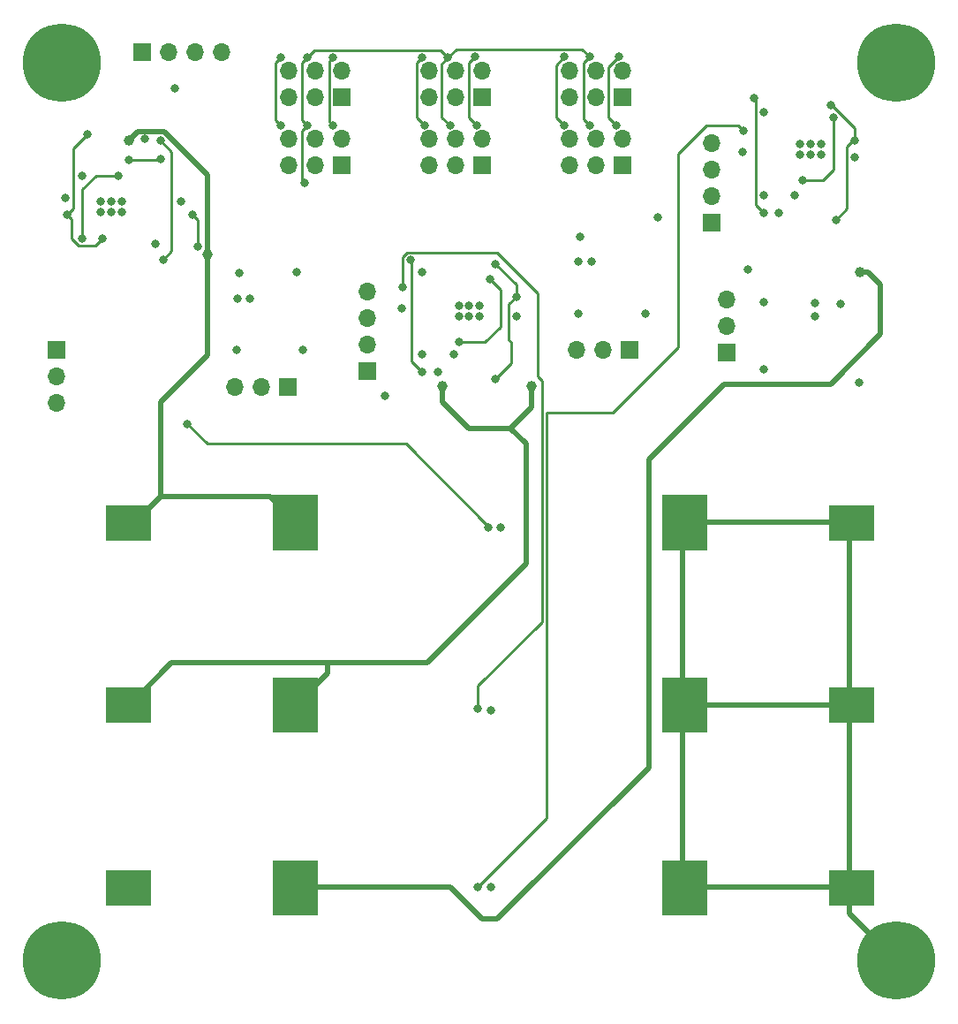
<source format=gbl>
%TF.GenerationSoftware,KiCad,Pcbnew,6.0.7*%
%TF.CreationDate,2022-11-21T21:43:10-06:00*%
%TF.ProjectId,CubesatPwrBoard,43756265-7361-4745-9077-72426f617264,rev?*%
%TF.SameCoordinates,Original*%
%TF.FileFunction,Copper,L2,Bot*%
%TF.FilePolarity,Positive*%
%FSLAX46Y46*%
G04 Gerber Fmt 4.6, Leading zero omitted, Abs format (unit mm)*
G04 Created by KiCad (PCBNEW 6.0.7) date 2022-11-21 21:43:10*
%MOMM*%
%LPD*%
G01*
G04 APERTURE LIST*
%TA.AperFunction,EtchedComponent*%
%ADD10C,0.010000*%
%TD*%
%TA.AperFunction,ComponentPad*%
%ADD11R,1.700000X1.700000*%
%TD*%
%TA.AperFunction,ComponentPad*%
%ADD12O,1.700000X1.700000*%
%TD*%
%TA.AperFunction,ComponentPad*%
%ADD13C,2.775000*%
%TD*%
%TA.AperFunction,ComponentPad*%
%ADD14C,7.500000*%
%TD*%
%TA.AperFunction,ViaPad*%
%ADD15C,1.000000*%
%TD*%
%TA.AperFunction,ViaPad*%
%ADD16C,0.800000*%
%TD*%
%TA.AperFunction,Conductor*%
%ADD17C,0.500000*%
%TD*%
%TA.AperFunction,Conductor*%
%ADD18C,0.250000*%
%TD*%
G04 APERTURE END LIST*
%TO.C,BT4*%
G36*
X171400000Y-111075000D02*
G01*
X171352000Y-111076000D01*
X171303000Y-111080000D01*
X171255000Y-111086000D01*
X171208000Y-111095000D01*
X171161000Y-111107000D01*
X171114000Y-111120000D01*
X171069000Y-111136000D01*
X171024000Y-111155000D01*
X170980000Y-111176000D01*
X170937000Y-111199000D01*
X170896000Y-111224000D01*
X170856000Y-111252000D01*
X170818000Y-111281000D01*
X170781000Y-111313000D01*
X170746000Y-111346000D01*
X170713000Y-111381000D01*
X170681000Y-111418000D01*
X170652000Y-111456000D01*
X170624000Y-111496000D01*
X170599000Y-111538000D01*
X170576000Y-111580000D01*
X170555000Y-111624000D01*
X170536000Y-111669000D01*
X170520000Y-111714000D01*
X170507000Y-111761000D01*
X170495000Y-111808000D01*
X170486000Y-111855000D01*
X170480000Y-111903000D01*
X170476000Y-111952000D01*
X170475000Y-112000000D01*
X170476000Y-112048000D01*
X170480000Y-112097000D01*
X170486000Y-112145000D01*
X170495000Y-112192000D01*
X170507000Y-112239000D01*
X170520000Y-112286000D01*
X170536000Y-112331000D01*
X170555000Y-112376000D01*
X170576000Y-112420000D01*
X170599000Y-112462000D01*
X170624000Y-112504000D01*
X170652000Y-112544000D01*
X170681000Y-112582000D01*
X170713000Y-112619000D01*
X170746000Y-112654000D01*
X170781000Y-112687000D01*
X170818000Y-112719000D01*
X170856000Y-112748000D01*
X170896000Y-112776000D01*
X170937000Y-112801000D01*
X170980000Y-112824000D01*
X171024000Y-112845000D01*
X171069000Y-112864000D01*
X171114000Y-112880000D01*
X171161000Y-112893000D01*
X171208000Y-112905000D01*
X171255000Y-112914000D01*
X171303000Y-112920000D01*
X171352000Y-112924000D01*
X171400000Y-112925000D01*
X171400000Y-114600000D01*
X169470000Y-114600000D01*
X169470000Y-109400000D01*
X171400000Y-109400000D01*
X171400000Y-111075000D01*
G37*
D10*
X171400000Y-111075000D02*
X171352000Y-111076000D01*
X171303000Y-111080000D01*
X171255000Y-111086000D01*
X171208000Y-111095000D01*
X171161000Y-111107000D01*
X171114000Y-111120000D01*
X171069000Y-111136000D01*
X171024000Y-111155000D01*
X170980000Y-111176000D01*
X170937000Y-111199000D01*
X170896000Y-111224000D01*
X170856000Y-111252000D01*
X170818000Y-111281000D01*
X170781000Y-111313000D01*
X170746000Y-111346000D01*
X170713000Y-111381000D01*
X170681000Y-111418000D01*
X170652000Y-111456000D01*
X170624000Y-111496000D01*
X170599000Y-111538000D01*
X170576000Y-111580000D01*
X170555000Y-111624000D01*
X170536000Y-111669000D01*
X170520000Y-111714000D01*
X170507000Y-111761000D01*
X170495000Y-111808000D01*
X170486000Y-111855000D01*
X170480000Y-111903000D01*
X170476000Y-111952000D01*
X170475000Y-112000000D01*
X170476000Y-112048000D01*
X170480000Y-112097000D01*
X170486000Y-112145000D01*
X170495000Y-112192000D01*
X170507000Y-112239000D01*
X170520000Y-112286000D01*
X170536000Y-112331000D01*
X170555000Y-112376000D01*
X170576000Y-112420000D01*
X170599000Y-112462000D01*
X170624000Y-112504000D01*
X170652000Y-112544000D01*
X170681000Y-112582000D01*
X170713000Y-112619000D01*
X170746000Y-112654000D01*
X170781000Y-112687000D01*
X170818000Y-112719000D01*
X170856000Y-112748000D01*
X170896000Y-112776000D01*
X170937000Y-112801000D01*
X170980000Y-112824000D01*
X171024000Y-112845000D01*
X171069000Y-112864000D01*
X171114000Y-112880000D01*
X171161000Y-112893000D01*
X171208000Y-112905000D01*
X171255000Y-112914000D01*
X171303000Y-112920000D01*
X171352000Y-112924000D01*
X171400000Y-112925000D01*
X171400000Y-114600000D01*
X169470000Y-114600000D01*
X169470000Y-109400000D01*
X171400000Y-109400000D01*
X171400000Y-111075000D01*
G36*
X187395000Y-111075000D02*
G01*
X187347000Y-111076000D01*
X187299000Y-111080000D01*
X187251000Y-111086000D01*
X187204000Y-111095000D01*
X187157000Y-111106000D01*
X187111000Y-111120000D01*
X187065000Y-111136000D01*
X187021000Y-111155000D01*
X186977000Y-111175000D01*
X186935000Y-111198000D01*
X186894000Y-111223000D01*
X186854000Y-111251000D01*
X186816000Y-111280000D01*
X186779000Y-111311000D01*
X186744000Y-111344000D01*
X186711000Y-111379000D01*
X186680000Y-111416000D01*
X186651000Y-111454000D01*
X186623000Y-111494000D01*
X186598000Y-111535000D01*
X186575000Y-111577000D01*
X186555000Y-111621000D01*
X186536000Y-111665000D01*
X186520000Y-111711000D01*
X186506000Y-111757000D01*
X186495000Y-111804000D01*
X186486000Y-111851000D01*
X186480000Y-111899000D01*
X186476000Y-111947000D01*
X186475000Y-111995000D01*
X186475000Y-112005000D01*
X186476000Y-112053000D01*
X186480000Y-112101000D01*
X186486000Y-112149000D01*
X186495000Y-112196000D01*
X186506000Y-112243000D01*
X186520000Y-112289000D01*
X186536000Y-112335000D01*
X186555000Y-112379000D01*
X186575000Y-112423000D01*
X186598000Y-112465000D01*
X186623000Y-112506000D01*
X186651000Y-112546000D01*
X186680000Y-112584000D01*
X186711000Y-112621000D01*
X186744000Y-112656000D01*
X186779000Y-112689000D01*
X186816000Y-112720000D01*
X186854000Y-112749000D01*
X186894000Y-112777000D01*
X186935000Y-112802000D01*
X186977000Y-112825000D01*
X187021000Y-112845000D01*
X187065000Y-112864000D01*
X187111000Y-112880000D01*
X187157000Y-112894000D01*
X187204000Y-112905000D01*
X187251000Y-112914000D01*
X187299000Y-112920000D01*
X187347000Y-112924000D01*
X187395000Y-112925000D01*
X187395000Y-113650000D01*
X185480000Y-113650000D01*
X185480000Y-110350000D01*
X187395000Y-110350000D01*
X187395000Y-111075000D01*
G37*
X187395000Y-111075000D02*
X187347000Y-111076000D01*
X187299000Y-111080000D01*
X187251000Y-111086000D01*
X187204000Y-111095000D01*
X187157000Y-111106000D01*
X187111000Y-111120000D01*
X187065000Y-111136000D01*
X187021000Y-111155000D01*
X186977000Y-111175000D01*
X186935000Y-111198000D01*
X186894000Y-111223000D01*
X186854000Y-111251000D01*
X186816000Y-111280000D01*
X186779000Y-111311000D01*
X186744000Y-111344000D01*
X186711000Y-111379000D01*
X186680000Y-111416000D01*
X186651000Y-111454000D01*
X186623000Y-111494000D01*
X186598000Y-111535000D01*
X186575000Y-111577000D01*
X186555000Y-111621000D01*
X186536000Y-111665000D01*
X186520000Y-111711000D01*
X186506000Y-111757000D01*
X186495000Y-111804000D01*
X186486000Y-111851000D01*
X186480000Y-111899000D01*
X186476000Y-111947000D01*
X186475000Y-111995000D01*
X186475000Y-112005000D01*
X186476000Y-112053000D01*
X186480000Y-112101000D01*
X186486000Y-112149000D01*
X186495000Y-112196000D01*
X186506000Y-112243000D01*
X186520000Y-112289000D01*
X186536000Y-112335000D01*
X186555000Y-112379000D01*
X186575000Y-112423000D01*
X186598000Y-112465000D01*
X186623000Y-112506000D01*
X186651000Y-112546000D01*
X186680000Y-112584000D01*
X186711000Y-112621000D01*
X186744000Y-112656000D01*
X186779000Y-112689000D01*
X186816000Y-112720000D01*
X186854000Y-112749000D01*
X186894000Y-112777000D01*
X186935000Y-112802000D01*
X186977000Y-112825000D01*
X187021000Y-112845000D01*
X187065000Y-112864000D01*
X187111000Y-112880000D01*
X187157000Y-112894000D01*
X187204000Y-112905000D01*
X187251000Y-112914000D01*
X187299000Y-112920000D01*
X187347000Y-112924000D01*
X187395000Y-112925000D01*
X187395000Y-113650000D01*
X185480000Y-113650000D01*
X185480000Y-110350000D01*
X187395000Y-110350000D01*
X187395000Y-111075000D01*
G36*
X173710000Y-114600000D02*
G01*
X171405000Y-114600000D01*
X171405000Y-112925000D01*
X171453000Y-112924000D01*
X171501000Y-112920000D01*
X171549000Y-112914000D01*
X171596000Y-112905000D01*
X171643000Y-112894000D01*
X171689000Y-112880000D01*
X171735000Y-112864000D01*
X171779000Y-112845000D01*
X171823000Y-112825000D01*
X171865000Y-112802000D01*
X171906000Y-112777000D01*
X171946000Y-112749000D01*
X171984000Y-112720000D01*
X172021000Y-112689000D01*
X172056000Y-112656000D01*
X172089000Y-112621000D01*
X172120000Y-112584000D01*
X172149000Y-112546000D01*
X172177000Y-112506000D01*
X172202000Y-112465000D01*
X172225000Y-112423000D01*
X172245000Y-112379000D01*
X172264000Y-112335000D01*
X172280000Y-112289000D01*
X172294000Y-112243000D01*
X172305000Y-112196000D01*
X172314000Y-112149000D01*
X172320000Y-112101000D01*
X172324000Y-112053000D01*
X172325000Y-112005000D01*
X172325000Y-111995000D01*
X172324000Y-111947000D01*
X172320000Y-111899000D01*
X172314000Y-111851000D01*
X172305000Y-111804000D01*
X172294000Y-111757000D01*
X172280000Y-111711000D01*
X172264000Y-111665000D01*
X172245000Y-111621000D01*
X172225000Y-111577000D01*
X172202000Y-111535000D01*
X172177000Y-111494000D01*
X172149000Y-111454000D01*
X172120000Y-111416000D01*
X172089000Y-111379000D01*
X172056000Y-111344000D01*
X172021000Y-111311000D01*
X171984000Y-111280000D01*
X171946000Y-111251000D01*
X171906000Y-111223000D01*
X171865000Y-111198000D01*
X171823000Y-111175000D01*
X171779000Y-111155000D01*
X171735000Y-111136000D01*
X171689000Y-111120000D01*
X171643000Y-111106000D01*
X171596000Y-111095000D01*
X171549000Y-111086000D01*
X171501000Y-111080000D01*
X171453000Y-111076000D01*
X171405000Y-111075000D01*
X171405000Y-109400000D01*
X173710000Y-109400000D01*
X173710000Y-114600000D01*
G37*
X173710000Y-114600000D02*
X171405000Y-114600000D01*
X171405000Y-112925000D01*
X171453000Y-112924000D01*
X171501000Y-112920000D01*
X171549000Y-112914000D01*
X171596000Y-112905000D01*
X171643000Y-112894000D01*
X171689000Y-112880000D01*
X171735000Y-112864000D01*
X171779000Y-112845000D01*
X171823000Y-112825000D01*
X171865000Y-112802000D01*
X171906000Y-112777000D01*
X171946000Y-112749000D01*
X171984000Y-112720000D01*
X172021000Y-112689000D01*
X172056000Y-112656000D01*
X172089000Y-112621000D01*
X172120000Y-112584000D01*
X172149000Y-112546000D01*
X172177000Y-112506000D01*
X172202000Y-112465000D01*
X172225000Y-112423000D01*
X172245000Y-112379000D01*
X172264000Y-112335000D01*
X172280000Y-112289000D01*
X172294000Y-112243000D01*
X172305000Y-112196000D01*
X172314000Y-112149000D01*
X172320000Y-112101000D01*
X172324000Y-112053000D01*
X172325000Y-112005000D01*
X172325000Y-111995000D01*
X172324000Y-111947000D01*
X172320000Y-111899000D01*
X172314000Y-111851000D01*
X172305000Y-111804000D01*
X172294000Y-111757000D01*
X172280000Y-111711000D01*
X172264000Y-111665000D01*
X172245000Y-111621000D01*
X172225000Y-111577000D01*
X172202000Y-111535000D01*
X172177000Y-111494000D01*
X172149000Y-111454000D01*
X172120000Y-111416000D01*
X172089000Y-111379000D01*
X172056000Y-111344000D01*
X172021000Y-111311000D01*
X171984000Y-111280000D01*
X171946000Y-111251000D01*
X171906000Y-111223000D01*
X171865000Y-111198000D01*
X171823000Y-111175000D01*
X171779000Y-111155000D01*
X171735000Y-111136000D01*
X171689000Y-111120000D01*
X171643000Y-111106000D01*
X171596000Y-111095000D01*
X171549000Y-111086000D01*
X171501000Y-111080000D01*
X171453000Y-111076000D01*
X171405000Y-111075000D01*
X171405000Y-109400000D01*
X173710000Y-109400000D01*
X173710000Y-114600000D01*
G36*
X189720000Y-113650000D02*
G01*
X187400000Y-113650000D01*
X187400000Y-112925000D01*
X187448000Y-112924000D01*
X187497000Y-112920000D01*
X187545000Y-112914000D01*
X187592000Y-112905000D01*
X187639000Y-112893000D01*
X187686000Y-112880000D01*
X187731000Y-112864000D01*
X187776000Y-112845000D01*
X187820000Y-112824000D01*
X187863000Y-112801000D01*
X187904000Y-112776000D01*
X187944000Y-112748000D01*
X187982000Y-112719000D01*
X188019000Y-112687000D01*
X188054000Y-112654000D01*
X188087000Y-112619000D01*
X188119000Y-112582000D01*
X188148000Y-112544000D01*
X188176000Y-112504000D01*
X188201000Y-112462000D01*
X188224000Y-112420000D01*
X188245000Y-112376000D01*
X188264000Y-112331000D01*
X188280000Y-112286000D01*
X188293000Y-112239000D01*
X188305000Y-112192000D01*
X188314000Y-112145000D01*
X188320000Y-112097000D01*
X188324000Y-112048000D01*
X188325000Y-112000000D01*
X188324000Y-111952000D01*
X188320000Y-111903000D01*
X188314000Y-111855000D01*
X188305000Y-111808000D01*
X188293000Y-111761000D01*
X188280000Y-111714000D01*
X188264000Y-111669000D01*
X188245000Y-111624000D01*
X188224000Y-111580000D01*
X188201000Y-111538000D01*
X188176000Y-111496000D01*
X188148000Y-111456000D01*
X188119000Y-111418000D01*
X188087000Y-111381000D01*
X188054000Y-111346000D01*
X188019000Y-111313000D01*
X187982000Y-111281000D01*
X187944000Y-111252000D01*
X187904000Y-111224000D01*
X187863000Y-111199000D01*
X187820000Y-111176000D01*
X187776000Y-111155000D01*
X187731000Y-111136000D01*
X187686000Y-111120000D01*
X187639000Y-111107000D01*
X187592000Y-111095000D01*
X187545000Y-111086000D01*
X187497000Y-111080000D01*
X187448000Y-111076000D01*
X187400000Y-111075000D01*
X187400000Y-110350000D01*
X189720000Y-110350000D01*
X189720000Y-113650000D01*
G37*
X189720000Y-113650000D02*
X187400000Y-113650000D01*
X187400000Y-112925000D01*
X187448000Y-112924000D01*
X187497000Y-112920000D01*
X187545000Y-112914000D01*
X187592000Y-112905000D01*
X187639000Y-112893000D01*
X187686000Y-112880000D01*
X187731000Y-112864000D01*
X187776000Y-112845000D01*
X187820000Y-112824000D01*
X187863000Y-112801000D01*
X187904000Y-112776000D01*
X187944000Y-112748000D01*
X187982000Y-112719000D01*
X188019000Y-112687000D01*
X188054000Y-112654000D01*
X188087000Y-112619000D01*
X188119000Y-112582000D01*
X188148000Y-112544000D01*
X188176000Y-112504000D01*
X188201000Y-112462000D01*
X188224000Y-112420000D01*
X188245000Y-112376000D01*
X188264000Y-112331000D01*
X188280000Y-112286000D01*
X188293000Y-112239000D01*
X188305000Y-112192000D01*
X188314000Y-112145000D01*
X188320000Y-112097000D01*
X188324000Y-112048000D01*
X188325000Y-112000000D01*
X188324000Y-111952000D01*
X188320000Y-111903000D01*
X188314000Y-111855000D01*
X188305000Y-111808000D01*
X188293000Y-111761000D01*
X188280000Y-111714000D01*
X188264000Y-111669000D01*
X188245000Y-111624000D01*
X188224000Y-111580000D01*
X188201000Y-111538000D01*
X188176000Y-111496000D01*
X188148000Y-111456000D01*
X188119000Y-111418000D01*
X188087000Y-111381000D01*
X188054000Y-111346000D01*
X188019000Y-111313000D01*
X187982000Y-111281000D01*
X187944000Y-111252000D01*
X187904000Y-111224000D01*
X187863000Y-111199000D01*
X187820000Y-111176000D01*
X187776000Y-111155000D01*
X187731000Y-111136000D01*
X187686000Y-111120000D01*
X187639000Y-111107000D01*
X187592000Y-111095000D01*
X187545000Y-111086000D01*
X187497000Y-111080000D01*
X187448000Y-111076000D01*
X187400000Y-111075000D01*
X187400000Y-110350000D01*
X189720000Y-110350000D01*
X189720000Y-113650000D01*
%TO.C,BT6*%
G36*
X171400000Y-128575000D02*
G01*
X171352000Y-128576000D01*
X171303000Y-128580000D01*
X171255000Y-128586000D01*
X171208000Y-128595000D01*
X171161000Y-128607000D01*
X171114000Y-128620000D01*
X171069000Y-128636000D01*
X171024000Y-128655000D01*
X170980000Y-128676000D01*
X170937000Y-128699000D01*
X170896000Y-128724000D01*
X170856000Y-128752000D01*
X170818000Y-128781000D01*
X170781000Y-128813000D01*
X170746000Y-128846000D01*
X170713000Y-128881000D01*
X170681000Y-128918000D01*
X170652000Y-128956000D01*
X170624000Y-128996000D01*
X170599000Y-129038000D01*
X170576000Y-129080000D01*
X170555000Y-129124000D01*
X170536000Y-129169000D01*
X170520000Y-129214000D01*
X170507000Y-129261000D01*
X170495000Y-129308000D01*
X170486000Y-129355000D01*
X170480000Y-129403000D01*
X170476000Y-129452000D01*
X170475000Y-129500000D01*
X170476000Y-129548000D01*
X170480000Y-129597000D01*
X170486000Y-129645000D01*
X170495000Y-129692000D01*
X170507000Y-129739000D01*
X170520000Y-129786000D01*
X170536000Y-129831000D01*
X170555000Y-129876000D01*
X170576000Y-129920000D01*
X170599000Y-129962000D01*
X170624000Y-130004000D01*
X170652000Y-130044000D01*
X170681000Y-130082000D01*
X170713000Y-130119000D01*
X170746000Y-130154000D01*
X170781000Y-130187000D01*
X170818000Y-130219000D01*
X170856000Y-130248000D01*
X170896000Y-130276000D01*
X170937000Y-130301000D01*
X170980000Y-130324000D01*
X171024000Y-130345000D01*
X171069000Y-130364000D01*
X171114000Y-130380000D01*
X171161000Y-130393000D01*
X171208000Y-130405000D01*
X171255000Y-130414000D01*
X171303000Y-130420000D01*
X171352000Y-130424000D01*
X171400000Y-130425000D01*
X171400000Y-132100000D01*
X169470000Y-132100000D01*
X169470000Y-126900000D01*
X171400000Y-126900000D01*
X171400000Y-128575000D01*
G37*
X171400000Y-128575000D02*
X171352000Y-128576000D01*
X171303000Y-128580000D01*
X171255000Y-128586000D01*
X171208000Y-128595000D01*
X171161000Y-128607000D01*
X171114000Y-128620000D01*
X171069000Y-128636000D01*
X171024000Y-128655000D01*
X170980000Y-128676000D01*
X170937000Y-128699000D01*
X170896000Y-128724000D01*
X170856000Y-128752000D01*
X170818000Y-128781000D01*
X170781000Y-128813000D01*
X170746000Y-128846000D01*
X170713000Y-128881000D01*
X170681000Y-128918000D01*
X170652000Y-128956000D01*
X170624000Y-128996000D01*
X170599000Y-129038000D01*
X170576000Y-129080000D01*
X170555000Y-129124000D01*
X170536000Y-129169000D01*
X170520000Y-129214000D01*
X170507000Y-129261000D01*
X170495000Y-129308000D01*
X170486000Y-129355000D01*
X170480000Y-129403000D01*
X170476000Y-129452000D01*
X170475000Y-129500000D01*
X170476000Y-129548000D01*
X170480000Y-129597000D01*
X170486000Y-129645000D01*
X170495000Y-129692000D01*
X170507000Y-129739000D01*
X170520000Y-129786000D01*
X170536000Y-129831000D01*
X170555000Y-129876000D01*
X170576000Y-129920000D01*
X170599000Y-129962000D01*
X170624000Y-130004000D01*
X170652000Y-130044000D01*
X170681000Y-130082000D01*
X170713000Y-130119000D01*
X170746000Y-130154000D01*
X170781000Y-130187000D01*
X170818000Y-130219000D01*
X170856000Y-130248000D01*
X170896000Y-130276000D01*
X170937000Y-130301000D01*
X170980000Y-130324000D01*
X171024000Y-130345000D01*
X171069000Y-130364000D01*
X171114000Y-130380000D01*
X171161000Y-130393000D01*
X171208000Y-130405000D01*
X171255000Y-130414000D01*
X171303000Y-130420000D01*
X171352000Y-130424000D01*
X171400000Y-130425000D01*
X171400000Y-132100000D01*
X169470000Y-132100000D01*
X169470000Y-126900000D01*
X171400000Y-126900000D01*
X171400000Y-128575000D01*
G36*
X187395000Y-128575000D02*
G01*
X187347000Y-128576000D01*
X187299000Y-128580000D01*
X187251000Y-128586000D01*
X187204000Y-128595000D01*
X187157000Y-128606000D01*
X187111000Y-128620000D01*
X187065000Y-128636000D01*
X187021000Y-128655000D01*
X186977000Y-128675000D01*
X186935000Y-128698000D01*
X186894000Y-128723000D01*
X186854000Y-128751000D01*
X186816000Y-128780000D01*
X186779000Y-128811000D01*
X186744000Y-128844000D01*
X186711000Y-128879000D01*
X186680000Y-128916000D01*
X186651000Y-128954000D01*
X186623000Y-128994000D01*
X186598000Y-129035000D01*
X186575000Y-129077000D01*
X186555000Y-129121000D01*
X186536000Y-129165000D01*
X186520000Y-129211000D01*
X186506000Y-129257000D01*
X186495000Y-129304000D01*
X186486000Y-129351000D01*
X186480000Y-129399000D01*
X186476000Y-129447000D01*
X186475000Y-129495000D01*
X186475000Y-129505000D01*
X186476000Y-129553000D01*
X186480000Y-129601000D01*
X186486000Y-129649000D01*
X186495000Y-129696000D01*
X186506000Y-129743000D01*
X186520000Y-129789000D01*
X186536000Y-129835000D01*
X186555000Y-129879000D01*
X186575000Y-129923000D01*
X186598000Y-129965000D01*
X186623000Y-130006000D01*
X186651000Y-130046000D01*
X186680000Y-130084000D01*
X186711000Y-130121000D01*
X186744000Y-130156000D01*
X186779000Y-130189000D01*
X186816000Y-130220000D01*
X186854000Y-130249000D01*
X186894000Y-130277000D01*
X186935000Y-130302000D01*
X186977000Y-130325000D01*
X187021000Y-130345000D01*
X187065000Y-130364000D01*
X187111000Y-130380000D01*
X187157000Y-130394000D01*
X187204000Y-130405000D01*
X187251000Y-130414000D01*
X187299000Y-130420000D01*
X187347000Y-130424000D01*
X187395000Y-130425000D01*
X187395000Y-131150000D01*
X185480000Y-131150000D01*
X185480000Y-127850000D01*
X187395000Y-127850000D01*
X187395000Y-128575000D01*
G37*
X187395000Y-128575000D02*
X187347000Y-128576000D01*
X187299000Y-128580000D01*
X187251000Y-128586000D01*
X187204000Y-128595000D01*
X187157000Y-128606000D01*
X187111000Y-128620000D01*
X187065000Y-128636000D01*
X187021000Y-128655000D01*
X186977000Y-128675000D01*
X186935000Y-128698000D01*
X186894000Y-128723000D01*
X186854000Y-128751000D01*
X186816000Y-128780000D01*
X186779000Y-128811000D01*
X186744000Y-128844000D01*
X186711000Y-128879000D01*
X186680000Y-128916000D01*
X186651000Y-128954000D01*
X186623000Y-128994000D01*
X186598000Y-129035000D01*
X186575000Y-129077000D01*
X186555000Y-129121000D01*
X186536000Y-129165000D01*
X186520000Y-129211000D01*
X186506000Y-129257000D01*
X186495000Y-129304000D01*
X186486000Y-129351000D01*
X186480000Y-129399000D01*
X186476000Y-129447000D01*
X186475000Y-129495000D01*
X186475000Y-129505000D01*
X186476000Y-129553000D01*
X186480000Y-129601000D01*
X186486000Y-129649000D01*
X186495000Y-129696000D01*
X186506000Y-129743000D01*
X186520000Y-129789000D01*
X186536000Y-129835000D01*
X186555000Y-129879000D01*
X186575000Y-129923000D01*
X186598000Y-129965000D01*
X186623000Y-130006000D01*
X186651000Y-130046000D01*
X186680000Y-130084000D01*
X186711000Y-130121000D01*
X186744000Y-130156000D01*
X186779000Y-130189000D01*
X186816000Y-130220000D01*
X186854000Y-130249000D01*
X186894000Y-130277000D01*
X186935000Y-130302000D01*
X186977000Y-130325000D01*
X187021000Y-130345000D01*
X187065000Y-130364000D01*
X187111000Y-130380000D01*
X187157000Y-130394000D01*
X187204000Y-130405000D01*
X187251000Y-130414000D01*
X187299000Y-130420000D01*
X187347000Y-130424000D01*
X187395000Y-130425000D01*
X187395000Y-131150000D01*
X185480000Y-131150000D01*
X185480000Y-127850000D01*
X187395000Y-127850000D01*
X187395000Y-128575000D01*
G36*
X189720000Y-131150000D02*
G01*
X187400000Y-131150000D01*
X187400000Y-130425000D01*
X187448000Y-130424000D01*
X187497000Y-130420000D01*
X187545000Y-130414000D01*
X187592000Y-130405000D01*
X187639000Y-130393000D01*
X187686000Y-130380000D01*
X187731000Y-130364000D01*
X187776000Y-130345000D01*
X187820000Y-130324000D01*
X187863000Y-130301000D01*
X187904000Y-130276000D01*
X187944000Y-130248000D01*
X187982000Y-130219000D01*
X188019000Y-130187000D01*
X188054000Y-130154000D01*
X188087000Y-130119000D01*
X188119000Y-130082000D01*
X188148000Y-130044000D01*
X188176000Y-130004000D01*
X188201000Y-129962000D01*
X188224000Y-129920000D01*
X188245000Y-129876000D01*
X188264000Y-129831000D01*
X188280000Y-129786000D01*
X188293000Y-129739000D01*
X188305000Y-129692000D01*
X188314000Y-129645000D01*
X188320000Y-129597000D01*
X188324000Y-129548000D01*
X188325000Y-129500000D01*
X188324000Y-129452000D01*
X188320000Y-129403000D01*
X188314000Y-129355000D01*
X188305000Y-129308000D01*
X188293000Y-129261000D01*
X188280000Y-129214000D01*
X188264000Y-129169000D01*
X188245000Y-129124000D01*
X188224000Y-129080000D01*
X188201000Y-129038000D01*
X188176000Y-128996000D01*
X188148000Y-128956000D01*
X188119000Y-128918000D01*
X188087000Y-128881000D01*
X188054000Y-128846000D01*
X188019000Y-128813000D01*
X187982000Y-128781000D01*
X187944000Y-128752000D01*
X187904000Y-128724000D01*
X187863000Y-128699000D01*
X187820000Y-128676000D01*
X187776000Y-128655000D01*
X187731000Y-128636000D01*
X187686000Y-128620000D01*
X187639000Y-128607000D01*
X187592000Y-128595000D01*
X187545000Y-128586000D01*
X187497000Y-128580000D01*
X187448000Y-128576000D01*
X187400000Y-128575000D01*
X187400000Y-127850000D01*
X189720000Y-127850000D01*
X189720000Y-131150000D01*
G37*
X189720000Y-131150000D02*
X187400000Y-131150000D01*
X187400000Y-130425000D01*
X187448000Y-130424000D01*
X187497000Y-130420000D01*
X187545000Y-130414000D01*
X187592000Y-130405000D01*
X187639000Y-130393000D01*
X187686000Y-130380000D01*
X187731000Y-130364000D01*
X187776000Y-130345000D01*
X187820000Y-130324000D01*
X187863000Y-130301000D01*
X187904000Y-130276000D01*
X187944000Y-130248000D01*
X187982000Y-130219000D01*
X188019000Y-130187000D01*
X188054000Y-130154000D01*
X188087000Y-130119000D01*
X188119000Y-130082000D01*
X188148000Y-130044000D01*
X188176000Y-130004000D01*
X188201000Y-129962000D01*
X188224000Y-129920000D01*
X188245000Y-129876000D01*
X188264000Y-129831000D01*
X188280000Y-129786000D01*
X188293000Y-129739000D01*
X188305000Y-129692000D01*
X188314000Y-129645000D01*
X188320000Y-129597000D01*
X188324000Y-129548000D01*
X188325000Y-129500000D01*
X188324000Y-129452000D01*
X188320000Y-129403000D01*
X188314000Y-129355000D01*
X188305000Y-129308000D01*
X188293000Y-129261000D01*
X188280000Y-129214000D01*
X188264000Y-129169000D01*
X188245000Y-129124000D01*
X188224000Y-129080000D01*
X188201000Y-129038000D01*
X188176000Y-128996000D01*
X188148000Y-128956000D01*
X188119000Y-128918000D01*
X188087000Y-128881000D01*
X188054000Y-128846000D01*
X188019000Y-128813000D01*
X187982000Y-128781000D01*
X187944000Y-128752000D01*
X187904000Y-128724000D01*
X187863000Y-128699000D01*
X187820000Y-128676000D01*
X187776000Y-128655000D01*
X187731000Y-128636000D01*
X187686000Y-128620000D01*
X187639000Y-128607000D01*
X187592000Y-128595000D01*
X187545000Y-128586000D01*
X187497000Y-128580000D01*
X187448000Y-128576000D01*
X187400000Y-128575000D01*
X187400000Y-127850000D01*
X189720000Y-127850000D01*
X189720000Y-131150000D01*
G36*
X173710000Y-132100000D02*
G01*
X171405000Y-132100000D01*
X171405000Y-130425000D01*
X171453000Y-130424000D01*
X171501000Y-130420000D01*
X171549000Y-130414000D01*
X171596000Y-130405000D01*
X171643000Y-130394000D01*
X171689000Y-130380000D01*
X171735000Y-130364000D01*
X171779000Y-130345000D01*
X171823000Y-130325000D01*
X171865000Y-130302000D01*
X171906000Y-130277000D01*
X171946000Y-130249000D01*
X171984000Y-130220000D01*
X172021000Y-130189000D01*
X172056000Y-130156000D01*
X172089000Y-130121000D01*
X172120000Y-130084000D01*
X172149000Y-130046000D01*
X172177000Y-130006000D01*
X172202000Y-129965000D01*
X172225000Y-129923000D01*
X172245000Y-129879000D01*
X172264000Y-129835000D01*
X172280000Y-129789000D01*
X172294000Y-129743000D01*
X172305000Y-129696000D01*
X172314000Y-129649000D01*
X172320000Y-129601000D01*
X172324000Y-129553000D01*
X172325000Y-129505000D01*
X172325000Y-129495000D01*
X172324000Y-129447000D01*
X172320000Y-129399000D01*
X172314000Y-129351000D01*
X172305000Y-129304000D01*
X172294000Y-129257000D01*
X172280000Y-129211000D01*
X172264000Y-129165000D01*
X172245000Y-129121000D01*
X172225000Y-129077000D01*
X172202000Y-129035000D01*
X172177000Y-128994000D01*
X172149000Y-128954000D01*
X172120000Y-128916000D01*
X172089000Y-128879000D01*
X172056000Y-128844000D01*
X172021000Y-128811000D01*
X171984000Y-128780000D01*
X171946000Y-128751000D01*
X171906000Y-128723000D01*
X171865000Y-128698000D01*
X171823000Y-128675000D01*
X171779000Y-128655000D01*
X171735000Y-128636000D01*
X171689000Y-128620000D01*
X171643000Y-128606000D01*
X171596000Y-128595000D01*
X171549000Y-128586000D01*
X171501000Y-128580000D01*
X171453000Y-128576000D01*
X171405000Y-128575000D01*
X171405000Y-126900000D01*
X173710000Y-126900000D01*
X173710000Y-132100000D01*
G37*
X173710000Y-132100000D02*
X171405000Y-132100000D01*
X171405000Y-130425000D01*
X171453000Y-130424000D01*
X171501000Y-130420000D01*
X171549000Y-130414000D01*
X171596000Y-130405000D01*
X171643000Y-130394000D01*
X171689000Y-130380000D01*
X171735000Y-130364000D01*
X171779000Y-130345000D01*
X171823000Y-130325000D01*
X171865000Y-130302000D01*
X171906000Y-130277000D01*
X171946000Y-130249000D01*
X171984000Y-130220000D01*
X172021000Y-130189000D01*
X172056000Y-130156000D01*
X172089000Y-130121000D01*
X172120000Y-130084000D01*
X172149000Y-130046000D01*
X172177000Y-130006000D01*
X172202000Y-129965000D01*
X172225000Y-129923000D01*
X172245000Y-129879000D01*
X172264000Y-129835000D01*
X172280000Y-129789000D01*
X172294000Y-129743000D01*
X172305000Y-129696000D01*
X172314000Y-129649000D01*
X172320000Y-129601000D01*
X172324000Y-129553000D01*
X172325000Y-129505000D01*
X172325000Y-129495000D01*
X172324000Y-129447000D01*
X172320000Y-129399000D01*
X172314000Y-129351000D01*
X172305000Y-129304000D01*
X172294000Y-129257000D01*
X172280000Y-129211000D01*
X172264000Y-129165000D01*
X172245000Y-129121000D01*
X172225000Y-129077000D01*
X172202000Y-129035000D01*
X172177000Y-128994000D01*
X172149000Y-128954000D01*
X172120000Y-128916000D01*
X172089000Y-128879000D01*
X172056000Y-128844000D01*
X172021000Y-128811000D01*
X171984000Y-128780000D01*
X171946000Y-128751000D01*
X171906000Y-128723000D01*
X171865000Y-128698000D01*
X171823000Y-128675000D01*
X171779000Y-128655000D01*
X171735000Y-128636000D01*
X171689000Y-128620000D01*
X171643000Y-128606000D01*
X171596000Y-128595000D01*
X171549000Y-128586000D01*
X171501000Y-128580000D01*
X171453000Y-128576000D01*
X171405000Y-128575000D01*
X171405000Y-126900000D01*
X173710000Y-126900000D01*
X173710000Y-132100000D01*
%TO.C,BT5*%
G36*
X120320000Y-131150000D02*
G01*
X118405000Y-131150000D01*
X118405000Y-130425000D01*
X118453000Y-130424000D01*
X118501000Y-130420000D01*
X118549000Y-130414000D01*
X118596000Y-130405000D01*
X118643000Y-130394000D01*
X118689000Y-130380000D01*
X118735000Y-130364000D01*
X118779000Y-130345000D01*
X118823000Y-130325000D01*
X118865000Y-130302000D01*
X118906000Y-130277000D01*
X118946000Y-130249000D01*
X118984000Y-130220000D01*
X119021000Y-130189000D01*
X119056000Y-130156000D01*
X119089000Y-130121000D01*
X119120000Y-130084000D01*
X119149000Y-130046000D01*
X119177000Y-130006000D01*
X119202000Y-129965000D01*
X119225000Y-129923000D01*
X119245000Y-129879000D01*
X119264000Y-129835000D01*
X119280000Y-129789000D01*
X119294000Y-129743000D01*
X119305000Y-129696000D01*
X119314000Y-129649000D01*
X119320000Y-129601000D01*
X119324000Y-129553000D01*
X119325000Y-129505000D01*
X119325000Y-129495000D01*
X119324000Y-129447000D01*
X119320000Y-129399000D01*
X119314000Y-129351000D01*
X119305000Y-129304000D01*
X119294000Y-129257000D01*
X119280000Y-129211000D01*
X119264000Y-129165000D01*
X119245000Y-129121000D01*
X119225000Y-129077000D01*
X119202000Y-129035000D01*
X119177000Y-128994000D01*
X119149000Y-128954000D01*
X119120000Y-128916000D01*
X119089000Y-128879000D01*
X119056000Y-128844000D01*
X119021000Y-128811000D01*
X118984000Y-128780000D01*
X118946000Y-128751000D01*
X118906000Y-128723000D01*
X118865000Y-128698000D01*
X118823000Y-128675000D01*
X118779000Y-128655000D01*
X118735000Y-128636000D01*
X118689000Y-128620000D01*
X118643000Y-128606000D01*
X118596000Y-128595000D01*
X118549000Y-128586000D01*
X118501000Y-128580000D01*
X118453000Y-128576000D01*
X118405000Y-128575000D01*
X118405000Y-127850000D01*
X120320000Y-127850000D01*
X120320000Y-131150000D01*
G37*
X120320000Y-131150000D02*
X118405000Y-131150000D01*
X118405000Y-130425000D01*
X118453000Y-130424000D01*
X118501000Y-130420000D01*
X118549000Y-130414000D01*
X118596000Y-130405000D01*
X118643000Y-130394000D01*
X118689000Y-130380000D01*
X118735000Y-130364000D01*
X118779000Y-130345000D01*
X118823000Y-130325000D01*
X118865000Y-130302000D01*
X118906000Y-130277000D01*
X118946000Y-130249000D01*
X118984000Y-130220000D01*
X119021000Y-130189000D01*
X119056000Y-130156000D01*
X119089000Y-130121000D01*
X119120000Y-130084000D01*
X119149000Y-130046000D01*
X119177000Y-130006000D01*
X119202000Y-129965000D01*
X119225000Y-129923000D01*
X119245000Y-129879000D01*
X119264000Y-129835000D01*
X119280000Y-129789000D01*
X119294000Y-129743000D01*
X119305000Y-129696000D01*
X119314000Y-129649000D01*
X119320000Y-129601000D01*
X119324000Y-129553000D01*
X119325000Y-129505000D01*
X119325000Y-129495000D01*
X119324000Y-129447000D01*
X119320000Y-129399000D01*
X119314000Y-129351000D01*
X119305000Y-129304000D01*
X119294000Y-129257000D01*
X119280000Y-129211000D01*
X119264000Y-129165000D01*
X119245000Y-129121000D01*
X119225000Y-129077000D01*
X119202000Y-129035000D01*
X119177000Y-128994000D01*
X119149000Y-128954000D01*
X119120000Y-128916000D01*
X119089000Y-128879000D01*
X119056000Y-128844000D01*
X119021000Y-128811000D01*
X118984000Y-128780000D01*
X118946000Y-128751000D01*
X118906000Y-128723000D01*
X118865000Y-128698000D01*
X118823000Y-128675000D01*
X118779000Y-128655000D01*
X118735000Y-128636000D01*
X118689000Y-128620000D01*
X118643000Y-128606000D01*
X118596000Y-128595000D01*
X118549000Y-128586000D01*
X118501000Y-128580000D01*
X118453000Y-128576000D01*
X118405000Y-128575000D01*
X118405000Y-127850000D01*
X120320000Y-127850000D01*
X120320000Y-131150000D01*
G36*
X118400000Y-128575000D02*
G01*
X118352000Y-128576000D01*
X118303000Y-128580000D01*
X118255000Y-128586000D01*
X118208000Y-128595000D01*
X118161000Y-128607000D01*
X118114000Y-128620000D01*
X118069000Y-128636000D01*
X118024000Y-128655000D01*
X117980000Y-128676000D01*
X117937000Y-128699000D01*
X117896000Y-128724000D01*
X117856000Y-128752000D01*
X117818000Y-128781000D01*
X117781000Y-128813000D01*
X117746000Y-128846000D01*
X117713000Y-128881000D01*
X117681000Y-128918000D01*
X117652000Y-128956000D01*
X117624000Y-128996000D01*
X117599000Y-129038000D01*
X117576000Y-129080000D01*
X117555000Y-129124000D01*
X117536000Y-129169000D01*
X117520000Y-129214000D01*
X117507000Y-129261000D01*
X117495000Y-129308000D01*
X117486000Y-129355000D01*
X117480000Y-129403000D01*
X117476000Y-129452000D01*
X117475000Y-129500000D01*
X117476000Y-129548000D01*
X117480000Y-129597000D01*
X117486000Y-129645000D01*
X117495000Y-129692000D01*
X117507000Y-129739000D01*
X117520000Y-129786000D01*
X117536000Y-129831000D01*
X117555000Y-129876000D01*
X117576000Y-129920000D01*
X117599000Y-129962000D01*
X117624000Y-130004000D01*
X117652000Y-130044000D01*
X117681000Y-130082000D01*
X117713000Y-130119000D01*
X117746000Y-130154000D01*
X117781000Y-130187000D01*
X117818000Y-130219000D01*
X117856000Y-130248000D01*
X117896000Y-130276000D01*
X117937000Y-130301000D01*
X117980000Y-130324000D01*
X118024000Y-130345000D01*
X118069000Y-130364000D01*
X118114000Y-130380000D01*
X118161000Y-130393000D01*
X118208000Y-130405000D01*
X118255000Y-130414000D01*
X118303000Y-130420000D01*
X118352000Y-130424000D01*
X118400000Y-130425000D01*
X118400000Y-131150000D01*
X116080000Y-131150000D01*
X116080000Y-127850000D01*
X118400000Y-127850000D01*
X118400000Y-128575000D01*
G37*
X118400000Y-128575000D02*
X118352000Y-128576000D01*
X118303000Y-128580000D01*
X118255000Y-128586000D01*
X118208000Y-128595000D01*
X118161000Y-128607000D01*
X118114000Y-128620000D01*
X118069000Y-128636000D01*
X118024000Y-128655000D01*
X117980000Y-128676000D01*
X117937000Y-128699000D01*
X117896000Y-128724000D01*
X117856000Y-128752000D01*
X117818000Y-128781000D01*
X117781000Y-128813000D01*
X117746000Y-128846000D01*
X117713000Y-128881000D01*
X117681000Y-128918000D01*
X117652000Y-128956000D01*
X117624000Y-128996000D01*
X117599000Y-129038000D01*
X117576000Y-129080000D01*
X117555000Y-129124000D01*
X117536000Y-129169000D01*
X117520000Y-129214000D01*
X117507000Y-129261000D01*
X117495000Y-129308000D01*
X117486000Y-129355000D01*
X117480000Y-129403000D01*
X117476000Y-129452000D01*
X117475000Y-129500000D01*
X117476000Y-129548000D01*
X117480000Y-129597000D01*
X117486000Y-129645000D01*
X117495000Y-129692000D01*
X117507000Y-129739000D01*
X117520000Y-129786000D01*
X117536000Y-129831000D01*
X117555000Y-129876000D01*
X117576000Y-129920000D01*
X117599000Y-129962000D01*
X117624000Y-130004000D01*
X117652000Y-130044000D01*
X117681000Y-130082000D01*
X117713000Y-130119000D01*
X117746000Y-130154000D01*
X117781000Y-130187000D01*
X117818000Y-130219000D01*
X117856000Y-130248000D01*
X117896000Y-130276000D01*
X117937000Y-130301000D01*
X117980000Y-130324000D01*
X118024000Y-130345000D01*
X118069000Y-130364000D01*
X118114000Y-130380000D01*
X118161000Y-130393000D01*
X118208000Y-130405000D01*
X118255000Y-130414000D01*
X118303000Y-130420000D01*
X118352000Y-130424000D01*
X118400000Y-130425000D01*
X118400000Y-131150000D01*
X116080000Y-131150000D01*
X116080000Y-127850000D01*
X118400000Y-127850000D01*
X118400000Y-128575000D01*
G36*
X134395000Y-128575000D02*
G01*
X134347000Y-128576000D01*
X134299000Y-128580000D01*
X134251000Y-128586000D01*
X134204000Y-128595000D01*
X134157000Y-128606000D01*
X134111000Y-128620000D01*
X134065000Y-128636000D01*
X134021000Y-128655000D01*
X133977000Y-128675000D01*
X133935000Y-128698000D01*
X133894000Y-128723000D01*
X133854000Y-128751000D01*
X133816000Y-128780000D01*
X133779000Y-128811000D01*
X133744000Y-128844000D01*
X133711000Y-128879000D01*
X133680000Y-128916000D01*
X133651000Y-128954000D01*
X133623000Y-128994000D01*
X133598000Y-129035000D01*
X133575000Y-129077000D01*
X133555000Y-129121000D01*
X133536000Y-129165000D01*
X133520000Y-129211000D01*
X133506000Y-129257000D01*
X133495000Y-129304000D01*
X133486000Y-129351000D01*
X133480000Y-129399000D01*
X133476000Y-129447000D01*
X133475000Y-129495000D01*
X133475000Y-129505000D01*
X133476000Y-129553000D01*
X133480000Y-129601000D01*
X133486000Y-129649000D01*
X133495000Y-129696000D01*
X133506000Y-129743000D01*
X133520000Y-129789000D01*
X133536000Y-129835000D01*
X133555000Y-129879000D01*
X133575000Y-129923000D01*
X133598000Y-129965000D01*
X133623000Y-130006000D01*
X133651000Y-130046000D01*
X133680000Y-130084000D01*
X133711000Y-130121000D01*
X133744000Y-130156000D01*
X133779000Y-130189000D01*
X133816000Y-130220000D01*
X133854000Y-130249000D01*
X133894000Y-130277000D01*
X133935000Y-130302000D01*
X133977000Y-130325000D01*
X134021000Y-130345000D01*
X134065000Y-130364000D01*
X134111000Y-130380000D01*
X134157000Y-130394000D01*
X134204000Y-130405000D01*
X134251000Y-130414000D01*
X134299000Y-130420000D01*
X134347000Y-130424000D01*
X134395000Y-130425000D01*
X134395000Y-132100000D01*
X132090000Y-132100000D01*
X132090000Y-126900000D01*
X134395000Y-126900000D01*
X134395000Y-128575000D01*
G37*
X134395000Y-128575000D02*
X134347000Y-128576000D01*
X134299000Y-128580000D01*
X134251000Y-128586000D01*
X134204000Y-128595000D01*
X134157000Y-128606000D01*
X134111000Y-128620000D01*
X134065000Y-128636000D01*
X134021000Y-128655000D01*
X133977000Y-128675000D01*
X133935000Y-128698000D01*
X133894000Y-128723000D01*
X133854000Y-128751000D01*
X133816000Y-128780000D01*
X133779000Y-128811000D01*
X133744000Y-128844000D01*
X133711000Y-128879000D01*
X133680000Y-128916000D01*
X133651000Y-128954000D01*
X133623000Y-128994000D01*
X133598000Y-129035000D01*
X133575000Y-129077000D01*
X133555000Y-129121000D01*
X133536000Y-129165000D01*
X133520000Y-129211000D01*
X133506000Y-129257000D01*
X133495000Y-129304000D01*
X133486000Y-129351000D01*
X133480000Y-129399000D01*
X133476000Y-129447000D01*
X133475000Y-129495000D01*
X133475000Y-129505000D01*
X133476000Y-129553000D01*
X133480000Y-129601000D01*
X133486000Y-129649000D01*
X133495000Y-129696000D01*
X133506000Y-129743000D01*
X133520000Y-129789000D01*
X133536000Y-129835000D01*
X133555000Y-129879000D01*
X133575000Y-129923000D01*
X133598000Y-129965000D01*
X133623000Y-130006000D01*
X133651000Y-130046000D01*
X133680000Y-130084000D01*
X133711000Y-130121000D01*
X133744000Y-130156000D01*
X133779000Y-130189000D01*
X133816000Y-130220000D01*
X133854000Y-130249000D01*
X133894000Y-130277000D01*
X133935000Y-130302000D01*
X133977000Y-130325000D01*
X134021000Y-130345000D01*
X134065000Y-130364000D01*
X134111000Y-130380000D01*
X134157000Y-130394000D01*
X134204000Y-130405000D01*
X134251000Y-130414000D01*
X134299000Y-130420000D01*
X134347000Y-130424000D01*
X134395000Y-130425000D01*
X134395000Y-132100000D01*
X132090000Y-132100000D01*
X132090000Y-126900000D01*
X134395000Y-126900000D01*
X134395000Y-128575000D01*
G36*
X136330000Y-132100000D02*
G01*
X134400000Y-132100000D01*
X134400000Y-130425000D01*
X134448000Y-130424000D01*
X134497000Y-130420000D01*
X134545000Y-130414000D01*
X134592000Y-130405000D01*
X134639000Y-130393000D01*
X134686000Y-130380000D01*
X134731000Y-130364000D01*
X134776000Y-130345000D01*
X134820000Y-130324000D01*
X134863000Y-130301000D01*
X134904000Y-130276000D01*
X134944000Y-130248000D01*
X134982000Y-130219000D01*
X135019000Y-130187000D01*
X135054000Y-130154000D01*
X135087000Y-130119000D01*
X135119000Y-130082000D01*
X135148000Y-130044000D01*
X135176000Y-130004000D01*
X135201000Y-129962000D01*
X135224000Y-129920000D01*
X135245000Y-129876000D01*
X135264000Y-129831000D01*
X135280000Y-129786000D01*
X135293000Y-129739000D01*
X135305000Y-129692000D01*
X135314000Y-129645000D01*
X135320000Y-129597000D01*
X135324000Y-129548000D01*
X135325000Y-129500000D01*
X135324000Y-129452000D01*
X135320000Y-129403000D01*
X135314000Y-129355000D01*
X135305000Y-129308000D01*
X135293000Y-129261000D01*
X135280000Y-129214000D01*
X135264000Y-129169000D01*
X135245000Y-129124000D01*
X135224000Y-129080000D01*
X135201000Y-129038000D01*
X135176000Y-128996000D01*
X135148000Y-128956000D01*
X135119000Y-128918000D01*
X135087000Y-128881000D01*
X135054000Y-128846000D01*
X135019000Y-128813000D01*
X134982000Y-128781000D01*
X134944000Y-128752000D01*
X134904000Y-128724000D01*
X134863000Y-128699000D01*
X134820000Y-128676000D01*
X134776000Y-128655000D01*
X134731000Y-128636000D01*
X134686000Y-128620000D01*
X134639000Y-128607000D01*
X134592000Y-128595000D01*
X134545000Y-128586000D01*
X134497000Y-128580000D01*
X134448000Y-128576000D01*
X134400000Y-128575000D01*
X134400000Y-126900000D01*
X136330000Y-126900000D01*
X136330000Y-132100000D01*
G37*
X136330000Y-132100000D02*
X134400000Y-132100000D01*
X134400000Y-130425000D01*
X134448000Y-130424000D01*
X134497000Y-130420000D01*
X134545000Y-130414000D01*
X134592000Y-130405000D01*
X134639000Y-130393000D01*
X134686000Y-130380000D01*
X134731000Y-130364000D01*
X134776000Y-130345000D01*
X134820000Y-130324000D01*
X134863000Y-130301000D01*
X134904000Y-130276000D01*
X134944000Y-130248000D01*
X134982000Y-130219000D01*
X135019000Y-130187000D01*
X135054000Y-130154000D01*
X135087000Y-130119000D01*
X135119000Y-130082000D01*
X135148000Y-130044000D01*
X135176000Y-130004000D01*
X135201000Y-129962000D01*
X135224000Y-129920000D01*
X135245000Y-129876000D01*
X135264000Y-129831000D01*
X135280000Y-129786000D01*
X135293000Y-129739000D01*
X135305000Y-129692000D01*
X135314000Y-129645000D01*
X135320000Y-129597000D01*
X135324000Y-129548000D01*
X135325000Y-129500000D01*
X135324000Y-129452000D01*
X135320000Y-129403000D01*
X135314000Y-129355000D01*
X135305000Y-129308000D01*
X135293000Y-129261000D01*
X135280000Y-129214000D01*
X135264000Y-129169000D01*
X135245000Y-129124000D01*
X135224000Y-129080000D01*
X135201000Y-129038000D01*
X135176000Y-128996000D01*
X135148000Y-128956000D01*
X135119000Y-128918000D01*
X135087000Y-128881000D01*
X135054000Y-128846000D01*
X135019000Y-128813000D01*
X134982000Y-128781000D01*
X134944000Y-128752000D01*
X134904000Y-128724000D01*
X134863000Y-128699000D01*
X134820000Y-128676000D01*
X134776000Y-128655000D01*
X134731000Y-128636000D01*
X134686000Y-128620000D01*
X134639000Y-128607000D01*
X134592000Y-128595000D01*
X134545000Y-128586000D01*
X134497000Y-128580000D01*
X134448000Y-128576000D01*
X134400000Y-128575000D01*
X134400000Y-126900000D01*
X136330000Y-126900000D01*
X136330000Y-132100000D01*
%TO.C,BT3*%
G36*
X118400000Y-111075000D02*
G01*
X118352000Y-111076000D01*
X118303000Y-111080000D01*
X118255000Y-111086000D01*
X118208000Y-111095000D01*
X118161000Y-111107000D01*
X118114000Y-111120000D01*
X118069000Y-111136000D01*
X118024000Y-111155000D01*
X117980000Y-111176000D01*
X117937000Y-111199000D01*
X117896000Y-111224000D01*
X117856000Y-111252000D01*
X117818000Y-111281000D01*
X117781000Y-111313000D01*
X117746000Y-111346000D01*
X117713000Y-111381000D01*
X117681000Y-111418000D01*
X117652000Y-111456000D01*
X117624000Y-111496000D01*
X117599000Y-111538000D01*
X117576000Y-111580000D01*
X117555000Y-111624000D01*
X117536000Y-111669000D01*
X117520000Y-111714000D01*
X117507000Y-111761000D01*
X117495000Y-111808000D01*
X117486000Y-111855000D01*
X117480000Y-111903000D01*
X117476000Y-111952000D01*
X117475000Y-112000000D01*
X117476000Y-112048000D01*
X117480000Y-112097000D01*
X117486000Y-112145000D01*
X117495000Y-112192000D01*
X117507000Y-112239000D01*
X117520000Y-112286000D01*
X117536000Y-112331000D01*
X117555000Y-112376000D01*
X117576000Y-112420000D01*
X117599000Y-112462000D01*
X117624000Y-112504000D01*
X117652000Y-112544000D01*
X117681000Y-112582000D01*
X117713000Y-112619000D01*
X117746000Y-112654000D01*
X117781000Y-112687000D01*
X117818000Y-112719000D01*
X117856000Y-112748000D01*
X117896000Y-112776000D01*
X117937000Y-112801000D01*
X117980000Y-112824000D01*
X118024000Y-112845000D01*
X118069000Y-112864000D01*
X118114000Y-112880000D01*
X118161000Y-112893000D01*
X118208000Y-112905000D01*
X118255000Y-112914000D01*
X118303000Y-112920000D01*
X118352000Y-112924000D01*
X118400000Y-112925000D01*
X118400000Y-113650000D01*
X116080000Y-113650000D01*
X116080000Y-110350000D01*
X118400000Y-110350000D01*
X118400000Y-111075000D01*
G37*
X118400000Y-111075000D02*
X118352000Y-111076000D01*
X118303000Y-111080000D01*
X118255000Y-111086000D01*
X118208000Y-111095000D01*
X118161000Y-111107000D01*
X118114000Y-111120000D01*
X118069000Y-111136000D01*
X118024000Y-111155000D01*
X117980000Y-111176000D01*
X117937000Y-111199000D01*
X117896000Y-111224000D01*
X117856000Y-111252000D01*
X117818000Y-111281000D01*
X117781000Y-111313000D01*
X117746000Y-111346000D01*
X117713000Y-111381000D01*
X117681000Y-111418000D01*
X117652000Y-111456000D01*
X117624000Y-111496000D01*
X117599000Y-111538000D01*
X117576000Y-111580000D01*
X117555000Y-111624000D01*
X117536000Y-111669000D01*
X117520000Y-111714000D01*
X117507000Y-111761000D01*
X117495000Y-111808000D01*
X117486000Y-111855000D01*
X117480000Y-111903000D01*
X117476000Y-111952000D01*
X117475000Y-112000000D01*
X117476000Y-112048000D01*
X117480000Y-112097000D01*
X117486000Y-112145000D01*
X117495000Y-112192000D01*
X117507000Y-112239000D01*
X117520000Y-112286000D01*
X117536000Y-112331000D01*
X117555000Y-112376000D01*
X117576000Y-112420000D01*
X117599000Y-112462000D01*
X117624000Y-112504000D01*
X117652000Y-112544000D01*
X117681000Y-112582000D01*
X117713000Y-112619000D01*
X117746000Y-112654000D01*
X117781000Y-112687000D01*
X117818000Y-112719000D01*
X117856000Y-112748000D01*
X117896000Y-112776000D01*
X117937000Y-112801000D01*
X117980000Y-112824000D01*
X118024000Y-112845000D01*
X118069000Y-112864000D01*
X118114000Y-112880000D01*
X118161000Y-112893000D01*
X118208000Y-112905000D01*
X118255000Y-112914000D01*
X118303000Y-112920000D01*
X118352000Y-112924000D01*
X118400000Y-112925000D01*
X118400000Y-113650000D01*
X116080000Y-113650000D01*
X116080000Y-110350000D01*
X118400000Y-110350000D01*
X118400000Y-111075000D01*
G36*
X134395000Y-111075000D02*
G01*
X134347000Y-111076000D01*
X134299000Y-111080000D01*
X134251000Y-111086000D01*
X134204000Y-111095000D01*
X134157000Y-111106000D01*
X134111000Y-111120000D01*
X134065000Y-111136000D01*
X134021000Y-111155000D01*
X133977000Y-111175000D01*
X133935000Y-111198000D01*
X133894000Y-111223000D01*
X133854000Y-111251000D01*
X133816000Y-111280000D01*
X133779000Y-111311000D01*
X133744000Y-111344000D01*
X133711000Y-111379000D01*
X133680000Y-111416000D01*
X133651000Y-111454000D01*
X133623000Y-111494000D01*
X133598000Y-111535000D01*
X133575000Y-111577000D01*
X133555000Y-111621000D01*
X133536000Y-111665000D01*
X133520000Y-111711000D01*
X133506000Y-111757000D01*
X133495000Y-111804000D01*
X133486000Y-111851000D01*
X133480000Y-111899000D01*
X133476000Y-111947000D01*
X133475000Y-111995000D01*
X133475000Y-112005000D01*
X133476000Y-112053000D01*
X133480000Y-112101000D01*
X133486000Y-112149000D01*
X133495000Y-112196000D01*
X133506000Y-112243000D01*
X133520000Y-112289000D01*
X133536000Y-112335000D01*
X133555000Y-112379000D01*
X133575000Y-112423000D01*
X133598000Y-112465000D01*
X133623000Y-112506000D01*
X133651000Y-112546000D01*
X133680000Y-112584000D01*
X133711000Y-112621000D01*
X133744000Y-112656000D01*
X133779000Y-112689000D01*
X133816000Y-112720000D01*
X133854000Y-112749000D01*
X133894000Y-112777000D01*
X133935000Y-112802000D01*
X133977000Y-112825000D01*
X134021000Y-112845000D01*
X134065000Y-112864000D01*
X134111000Y-112880000D01*
X134157000Y-112894000D01*
X134204000Y-112905000D01*
X134251000Y-112914000D01*
X134299000Y-112920000D01*
X134347000Y-112924000D01*
X134395000Y-112925000D01*
X134395000Y-114600000D01*
X132090000Y-114600000D01*
X132090000Y-109400000D01*
X134395000Y-109400000D01*
X134395000Y-111075000D01*
G37*
X134395000Y-111075000D02*
X134347000Y-111076000D01*
X134299000Y-111080000D01*
X134251000Y-111086000D01*
X134204000Y-111095000D01*
X134157000Y-111106000D01*
X134111000Y-111120000D01*
X134065000Y-111136000D01*
X134021000Y-111155000D01*
X133977000Y-111175000D01*
X133935000Y-111198000D01*
X133894000Y-111223000D01*
X133854000Y-111251000D01*
X133816000Y-111280000D01*
X133779000Y-111311000D01*
X133744000Y-111344000D01*
X133711000Y-111379000D01*
X133680000Y-111416000D01*
X133651000Y-111454000D01*
X133623000Y-111494000D01*
X133598000Y-111535000D01*
X133575000Y-111577000D01*
X133555000Y-111621000D01*
X133536000Y-111665000D01*
X133520000Y-111711000D01*
X133506000Y-111757000D01*
X133495000Y-111804000D01*
X133486000Y-111851000D01*
X133480000Y-111899000D01*
X133476000Y-111947000D01*
X133475000Y-111995000D01*
X133475000Y-112005000D01*
X133476000Y-112053000D01*
X133480000Y-112101000D01*
X133486000Y-112149000D01*
X133495000Y-112196000D01*
X133506000Y-112243000D01*
X133520000Y-112289000D01*
X133536000Y-112335000D01*
X133555000Y-112379000D01*
X133575000Y-112423000D01*
X133598000Y-112465000D01*
X133623000Y-112506000D01*
X133651000Y-112546000D01*
X133680000Y-112584000D01*
X133711000Y-112621000D01*
X133744000Y-112656000D01*
X133779000Y-112689000D01*
X133816000Y-112720000D01*
X133854000Y-112749000D01*
X133894000Y-112777000D01*
X133935000Y-112802000D01*
X133977000Y-112825000D01*
X134021000Y-112845000D01*
X134065000Y-112864000D01*
X134111000Y-112880000D01*
X134157000Y-112894000D01*
X134204000Y-112905000D01*
X134251000Y-112914000D01*
X134299000Y-112920000D01*
X134347000Y-112924000D01*
X134395000Y-112925000D01*
X134395000Y-114600000D01*
X132090000Y-114600000D01*
X132090000Y-109400000D01*
X134395000Y-109400000D01*
X134395000Y-111075000D01*
G36*
X120320000Y-113650000D02*
G01*
X118405000Y-113650000D01*
X118405000Y-112925000D01*
X118453000Y-112924000D01*
X118501000Y-112920000D01*
X118549000Y-112914000D01*
X118596000Y-112905000D01*
X118643000Y-112894000D01*
X118689000Y-112880000D01*
X118735000Y-112864000D01*
X118779000Y-112845000D01*
X118823000Y-112825000D01*
X118865000Y-112802000D01*
X118906000Y-112777000D01*
X118946000Y-112749000D01*
X118984000Y-112720000D01*
X119021000Y-112689000D01*
X119056000Y-112656000D01*
X119089000Y-112621000D01*
X119120000Y-112584000D01*
X119149000Y-112546000D01*
X119177000Y-112506000D01*
X119202000Y-112465000D01*
X119225000Y-112423000D01*
X119245000Y-112379000D01*
X119264000Y-112335000D01*
X119280000Y-112289000D01*
X119294000Y-112243000D01*
X119305000Y-112196000D01*
X119314000Y-112149000D01*
X119320000Y-112101000D01*
X119324000Y-112053000D01*
X119325000Y-112005000D01*
X119325000Y-111995000D01*
X119324000Y-111947000D01*
X119320000Y-111899000D01*
X119314000Y-111851000D01*
X119305000Y-111804000D01*
X119294000Y-111757000D01*
X119280000Y-111711000D01*
X119264000Y-111665000D01*
X119245000Y-111621000D01*
X119225000Y-111577000D01*
X119202000Y-111535000D01*
X119177000Y-111494000D01*
X119149000Y-111454000D01*
X119120000Y-111416000D01*
X119089000Y-111379000D01*
X119056000Y-111344000D01*
X119021000Y-111311000D01*
X118984000Y-111280000D01*
X118946000Y-111251000D01*
X118906000Y-111223000D01*
X118865000Y-111198000D01*
X118823000Y-111175000D01*
X118779000Y-111155000D01*
X118735000Y-111136000D01*
X118689000Y-111120000D01*
X118643000Y-111106000D01*
X118596000Y-111095000D01*
X118549000Y-111086000D01*
X118501000Y-111080000D01*
X118453000Y-111076000D01*
X118405000Y-111075000D01*
X118405000Y-110350000D01*
X120320000Y-110350000D01*
X120320000Y-113650000D01*
G37*
X120320000Y-113650000D02*
X118405000Y-113650000D01*
X118405000Y-112925000D01*
X118453000Y-112924000D01*
X118501000Y-112920000D01*
X118549000Y-112914000D01*
X118596000Y-112905000D01*
X118643000Y-112894000D01*
X118689000Y-112880000D01*
X118735000Y-112864000D01*
X118779000Y-112845000D01*
X118823000Y-112825000D01*
X118865000Y-112802000D01*
X118906000Y-112777000D01*
X118946000Y-112749000D01*
X118984000Y-112720000D01*
X119021000Y-112689000D01*
X119056000Y-112656000D01*
X119089000Y-112621000D01*
X119120000Y-112584000D01*
X119149000Y-112546000D01*
X119177000Y-112506000D01*
X119202000Y-112465000D01*
X119225000Y-112423000D01*
X119245000Y-112379000D01*
X119264000Y-112335000D01*
X119280000Y-112289000D01*
X119294000Y-112243000D01*
X119305000Y-112196000D01*
X119314000Y-112149000D01*
X119320000Y-112101000D01*
X119324000Y-112053000D01*
X119325000Y-112005000D01*
X119325000Y-111995000D01*
X119324000Y-111947000D01*
X119320000Y-111899000D01*
X119314000Y-111851000D01*
X119305000Y-111804000D01*
X119294000Y-111757000D01*
X119280000Y-111711000D01*
X119264000Y-111665000D01*
X119245000Y-111621000D01*
X119225000Y-111577000D01*
X119202000Y-111535000D01*
X119177000Y-111494000D01*
X119149000Y-111454000D01*
X119120000Y-111416000D01*
X119089000Y-111379000D01*
X119056000Y-111344000D01*
X119021000Y-111311000D01*
X118984000Y-111280000D01*
X118946000Y-111251000D01*
X118906000Y-111223000D01*
X118865000Y-111198000D01*
X118823000Y-111175000D01*
X118779000Y-111155000D01*
X118735000Y-111136000D01*
X118689000Y-111120000D01*
X118643000Y-111106000D01*
X118596000Y-111095000D01*
X118549000Y-111086000D01*
X118501000Y-111080000D01*
X118453000Y-111076000D01*
X118405000Y-111075000D01*
X118405000Y-110350000D01*
X120320000Y-110350000D01*
X120320000Y-113650000D01*
G36*
X136330000Y-114600000D02*
G01*
X134400000Y-114600000D01*
X134400000Y-112925000D01*
X134448000Y-112924000D01*
X134497000Y-112920000D01*
X134545000Y-112914000D01*
X134592000Y-112905000D01*
X134639000Y-112893000D01*
X134686000Y-112880000D01*
X134731000Y-112864000D01*
X134776000Y-112845000D01*
X134820000Y-112824000D01*
X134863000Y-112801000D01*
X134904000Y-112776000D01*
X134944000Y-112748000D01*
X134982000Y-112719000D01*
X135019000Y-112687000D01*
X135054000Y-112654000D01*
X135087000Y-112619000D01*
X135119000Y-112582000D01*
X135148000Y-112544000D01*
X135176000Y-112504000D01*
X135201000Y-112462000D01*
X135224000Y-112420000D01*
X135245000Y-112376000D01*
X135264000Y-112331000D01*
X135280000Y-112286000D01*
X135293000Y-112239000D01*
X135305000Y-112192000D01*
X135314000Y-112145000D01*
X135320000Y-112097000D01*
X135324000Y-112048000D01*
X135325000Y-112000000D01*
X135324000Y-111952000D01*
X135320000Y-111903000D01*
X135314000Y-111855000D01*
X135305000Y-111808000D01*
X135293000Y-111761000D01*
X135280000Y-111714000D01*
X135264000Y-111669000D01*
X135245000Y-111624000D01*
X135224000Y-111580000D01*
X135201000Y-111538000D01*
X135176000Y-111496000D01*
X135148000Y-111456000D01*
X135119000Y-111418000D01*
X135087000Y-111381000D01*
X135054000Y-111346000D01*
X135019000Y-111313000D01*
X134982000Y-111281000D01*
X134944000Y-111252000D01*
X134904000Y-111224000D01*
X134863000Y-111199000D01*
X134820000Y-111176000D01*
X134776000Y-111155000D01*
X134731000Y-111136000D01*
X134686000Y-111120000D01*
X134639000Y-111107000D01*
X134592000Y-111095000D01*
X134545000Y-111086000D01*
X134497000Y-111080000D01*
X134448000Y-111076000D01*
X134400000Y-111075000D01*
X134400000Y-109400000D01*
X136330000Y-109400000D01*
X136330000Y-114600000D01*
G37*
X136330000Y-114600000D02*
X134400000Y-114600000D01*
X134400000Y-112925000D01*
X134448000Y-112924000D01*
X134497000Y-112920000D01*
X134545000Y-112914000D01*
X134592000Y-112905000D01*
X134639000Y-112893000D01*
X134686000Y-112880000D01*
X134731000Y-112864000D01*
X134776000Y-112845000D01*
X134820000Y-112824000D01*
X134863000Y-112801000D01*
X134904000Y-112776000D01*
X134944000Y-112748000D01*
X134982000Y-112719000D01*
X135019000Y-112687000D01*
X135054000Y-112654000D01*
X135087000Y-112619000D01*
X135119000Y-112582000D01*
X135148000Y-112544000D01*
X135176000Y-112504000D01*
X135201000Y-112462000D01*
X135224000Y-112420000D01*
X135245000Y-112376000D01*
X135264000Y-112331000D01*
X135280000Y-112286000D01*
X135293000Y-112239000D01*
X135305000Y-112192000D01*
X135314000Y-112145000D01*
X135320000Y-112097000D01*
X135324000Y-112048000D01*
X135325000Y-112000000D01*
X135324000Y-111952000D01*
X135320000Y-111903000D01*
X135314000Y-111855000D01*
X135305000Y-111808000D01*
X135293000Y-111761000D01*
X135280000Y-111714000D01*
X135264000Y-111669000D01*
X135245000Y-111624000D01*
X135224000Y-111580000D01*
X135201000Y-111538000D01*
X135176000Y-111496000D01*
X135148000Y-111456000D01*
X135119000Y-111418000D01*
X135087000Y-111381000D01*
X135054000Y-111346000D01*
X135019000Y-111313000D01*
X134982000Y-111281000D01*
X134944000Y-111252000D01*
X134904000Y-111224000D01*
X134863000Y-111199000D01*
X134820000Y-111176000D01*
X134776000Y-111155000D01*
X134731000Y-111136000D01*
X134686000Y-111120000D01*
X134639000Y-111107000D01*
X134592000Y-111095000D01*
X134545000Y-111086000D01*
X134497000Y-111080000D01*
X134448000Y-111076000D01*
X134400000Y-111075000D01*
X134400000Y-109400000D01*
X136330000Y-109400000D01*
X136330000Y-114600000D01*
%TO.C,BT1*%
G36*
X136330000Y-97100000D02*
G01*
X134400000Y-97100000D01*
X134400000Y-95425000D01*
X134448000Y-95424000D01*
X134497000Y-95420000D01*
X134545000Y-95414000D01*
X134592000Y-95405000D01*
X134639000Y-95393000D01*
X134686000Y-95380000D01*
X134731000Y-95364000D01*
X134776000Y-95345000D01*
X134820000Y-95324000D01*
X134863000Y-95301000D01*
X134904000Y-95276000D01*
X134944000Y-95248000D01*
X134982000Y-95219000D01*
X135019000Y-95187000D01*
X135054000Y-95154000D01*
X135087000Y-95119000D01*
X135119000Y-95082000D01*
X135148000Y-95044000D01*
X135176000Y-95004000D01*
X135201000Y-94962000D01*
X135224000Y-94920000D01*
X135245000Y-94876000D01*
X135264000Y-94831000D01*
X135280000Y-94786000D01*
X135293000Y-94739000D01*
X135305000Y-94692000D01*
X135314000Y-94645000D01*
X135320000Y-94597000D01*
X135324000Y-94548000D01*
X135325000Y-94500000D01*
X135324000Y-94452000D01*
X135320000Y-94403000D01*
X135314000Y-94355000D01*
X135305000Y-94308000D01*
X135293000Y-94261000D01*
X135280000Y-94214000D01*
X135264000Y-94169000D01*
X135245000Y-94124000D01*
X135224000Y-94080000D01*
X135201000Y-94038000D01*
X135176000Y-93996000D01*
X135148000Y-93956000D01*
X135119000Y-93918000D01*
X135087000Y-93881000D01*
X135054000Y-93846000D01*
X135019000Y-93813000D01*
X134982000Y-93781000D01*
X134944000Y-93752000D01*
X134904000Y-93724000D01*
X134863000Y-93699000D01*
X134820000Y-93676000D01*
X134776000Y-93655000D01*
X134731000Y-93636000D01*
X134686000Y-93620000D01*
X134639000Y-93607000D01*
X134592000Y-93595000D01*
X134545000Y-93586000D01*
X134497000Y-93580000D01*
X134448000Y-93576000D01*
X134400000Y-93575000D01*
X134400000Y-91900000D01*
X136330000Y-91900000D01*
X136330000Y-97100000D01*
G37*
X136330000Y-97100000D02*
X134400000Y-97100000D01*
X134400000Y-95425000D01*
X134448000Y-95424000D01*
X134497000Y-95420000D01*
X134545000Y-95414000D01*
X134592000Y-95405000D01*
X134639000Y-95393000D01*
X134686000Y-95380000D01*
X134731000Y-95364000D01*
X134776000Y-95345000D01*
X134820000Y-95324000D01*
X134863000Y-95301000D01*
X134904000Y-95276000D01*
X134944000Y-95248000D01*
X134982000Y-95219000D01*
X135019000Y-95187000D01*
X135054000Y-95154000D01*
X135087000Y-95119000D01*
X135119000Y-95082000D01*
X135148000Y-95044000D01*
X135176000Y-95004000D01*
X135201000Y-94962000D01*
X135224000Y-94920000D01*
X135245000Y-94876000D01*
X135264000Y-94831000D01*
X135280000Y-94786000D01*
X135293000Y-94739000D01*
X135305000Y-94692000D01*
X135314000Y-94645000D01*
X135320000Y-94597000D01*
X135324000Y-94548000D01*
X135325000Y-94500000D01*
X135324000Y-94452000D01*
X135320000Y-94403000D01*
X135314000Y-94355000D01*
X135305000Y-94308000D01*
X135293000Y-94261000D01*
X135280000Y-94214000D01*
X135264000Y-94169000D01*
X135245000Y-94124000D01*
X135224000Y-94080000D01*
X135201000Y-94038000D01*
X135176000Y-93996000D01*
X135148000Y-93956000D01*
X135119000Y-93918000D01*
X135087000Y-93881000D01*
X135054000Y-93846000D01*
X135019000Y-93813000D01*
X134982000Y-93781000D01*
X134944000Y-93752000D01*
X134904000Y-93724000D01*
X134863000Y-93699000D01*
X134820000Y-93676000D01*
X134776000Y-93655000D01*
X134731000Y-93636000D01*
X134686000Y-93620000D01*
X134639000Y-93607000D01*
X134592000Y-93595000D01*
X134545000Y-93586000D01*
X134497000Y-93580000D01*
X134448000Y-93576000D01*
X134400000Y-93575000D01*
X134400000Y-91900000D01*
X136330000Y-91900000D01*
X136330000Y-97100000D01*
G36*
X134395000Y-93575000D02*
G01*
X134347000Y-93576000D01*
X134299000Y-93580000D01*
X134251000Y-93586000D01*
X134204000Y-93595000D01*
X134157000Y-93606000D01*
X134111000Y-93620000D01*
X134065000Y-93636000D01*
X134021000Y-93655000D01*
X133977000Y-93675000D01*
X133935000Y-93698000D01*
X133894000Y-93723000D01*
X133854000Y-93751000D01*
X133816000Y-93780000D01*
X133779000Y-93811000D01*
X133744000Y-93844000D01*
X133711000Y-93879000D01*
X133680000Y-93916000D01*
X133651000Y-93954000D01*
X133623000Y-93994000D01*
X133598000Y-94035000D01*
X133575000Y-94077000D01*
X133555000Y-94121000D01*
X133536000Y-94165000D01*
X133520000Y-94211000D01*
X133506000Y-94257000D01*
X133495000Y-94304000D01*
X133486000Y-94351000D01*
X133480000Y-94399000D01*
X133476000Y-94447000D01*
X133475000Y-94495000D01*
X133475000Y-94505000D01*
X133476000Y-94553000D01*
X133480000Y-94601000D01*
X133486000Y-94649000D01*
X133495000Y-94696000D01*
X133506000Y-94743000D01*
X133520000Y-94789000D01*
X133536000Y-94835000D01*
X133555000Y-94879000D01*
X133575000Y-94923000D01*
X133598000Y-94965000D01*
X133623000Y-95006000D01*
X133651000Y-95046000D01*
X133680000Y-95084000D01*
X133711000Y-95121000D01*
X133744000Y-95156000D01*
X133779000Y-95189000D01*
X133816000Y-95220000D01*
X133854000Y-95249000D01*
X133894000Y-95277000D01*
X133935000Y-95302000D01*
X133977000Y-95325000D01*
X134021000Y-95345000D01*
X134065000Y-95364000D01*
X134111000Y-95380000D01*
X134157000Y-95394000D01*
X134204000Y-95405000D01*
X134251000Y-95414000D01*
X134299000Y-95420000D01*
X134347000Y-95424000D01*
X134395000Y-95425000D01*
X134395000Y-97100000D01*
X132090000Y-97100000D01*
X132090000Y-91900000D01*
X134395000Y-91900000D01*
X134395000Y-93575000D01*
G37*
X134395000Y-93575000D02*
X134347000Y-93576000D01*
X134299000Y-93580000D01*
X134251000Y-93586000D01*
X134204000Y-93595000D01*
X134157000Y-93606000D01*
X134111000Y-93620000D01*
X134065000Y-93636000D01*
X134021000Y-93655000D01*
X133977000Y-93675000D01*
X133935000Y-93698000D01*
X133894000Y-93723000D01*
X133854000Y-93751000D01*
X133816000Y-93780000D01*
X133779000Y-93811000D01*
X133744000Y-93844000D01*
X133711000Y-93879000D01*
X133680000Y-93916000D01*
X133651000Y-93954000D01*
X133623000Y-93994000D01*
X133598000Y-94035000D01*
X133575000Y-94077000D01*
X133555000Y-94121000D01*
X133536000Y-94165000D01*
X133520000Y-94211000D01*
X133506000Y-94257000D01*
X133495000Y-94304000D01*
X133486000Y-94351000D01*
X133480000Y-94399000D01*
X133476000Y-94447000D01*
X133475000Y-94495000D01*
X133475000Y-94505000D01*
X133476000Y-94553000D01*
X133480000Y-94601000D01*
X133486000Y-94649000D01*
X133495000Y-94696000D01*
X133506000Y-94743000D01*
X133520000Y-94789000D01*
X133536000Y-94835000D01*
X133555000Y-94879000D01*
X133575000Y-94923000D01*
X133598000Y-94965000D01*
X133623000Y-95006000D01*
X133651000Y-95046000D01*
X133680000Y-95084000D01*
X133711000Y-95121000D01*
X133744000Y-95156000D01*
X133779000Y-95189000D01*
X133816000Y-95220000D01*
X133854000Y-95249000D01*
X133894000Y-95277000D01*
X133935000Y-95302000D01*
X133977000Y-95325000D01*
X134021000Y-95345000D01*
X134065000Y-95364000D01*
X134111000Y-95380000D01*
X134157000Y-95394000D01*
X134204000Y-95405000D01*
X134251000Y-95414000D01*
X134299000Y-95420000D01*
X134347000Y-95424000D01*
X134395000Y-95425000D01*
X134395000Y-97100000D01*
X132090000Y-97100000D01*
X132090000Y-91900000D01*
X134395000Y-91900000D01*
X134395000Y-93575000D01*
G36*
X118400000Y-93575000D02*
G01*
X118352000Y-93576000D01*
X118303000Y-93580000D01*
X118255000Y-93586000D01*
X118208000Y-93595000D01*
X118161000Y-93607000D01*
X118114000Y-93620000D01*
X118069000Y-93636000D01*
X118024000Y-93655000D01*
X117980000Y-93676000D01*
X117937000Y-93699000D01*
X117896000Y-93724000D01*
X117856000Y-93752000D01*
X117818000Y-93781000D01*
X117781000Y-93813000D01*
X117746000Y-93846000D01*
X117713000Y-93881000D01*
X117681000Y-93918000D01*
X117652000Y-93956000D01*
X117624000Y-93996000D01*
X117599000Y-94038000D01*
X117576000Y-94080000D01*
X117555000Y-94124000D01*
X117536000Y-94169000D01*
X117520000Y-94214000D01*
X117507000Y-94261000D01*
X117495000Y-94308000D01*
X117486000Y-94355000D01*
X117480000Y-94403000D01*
X117476000Y-94452000D01*
X117475000Y-94500000D01*
X117476000Y-94548000D01*
X117480000Y-94597000D01*
X117486000Y-94645000D01*
X117495000Y-94692000D01*
X117507000Y-94739000D01*
X117520000Y-94786000D01*
X117536000Y-94831000D01*
X117555000Y-94876000D01*
X117576000Y-94920000D01*
X117599000Y-94962000D01*
X117624000Y-95004000D01*
X117652000Y-95044000D01*
X117681000Y-95082000D01*
X117713000Y-95119000D01*
X117746000Y-95154000D01*
X117781000Y-95187000D01*
X117818000Y-95219000D01*
X117856000Y-95248000D01*
X117896000Y-95276000D01*
X117937000Y-95301000D01*
X117980000Y-95324000D01*
X118024000Y-95345000D01*
X118069000Y-95364000D01*
X118114000Y-95380000D01*
X118161000Y-95393000D01*
X118208000Y-95405000D01*
X118255000Y-95414000D01*
X118303000Y-95420000D01*
X118352000Y-95424000D01*
X118400000Y-95425000D01*
X118400000Y-96150000D01*
X116080000Y-96150000D01*
X116080000Y-92850000D01*
X118400000Y-92850000D01*
X118400000Y-93575000D01*
G37*
X118400000Y-93575000D02*
X118352000Y-93576000D01*
X118303000Y-93580000D01*
X118255000Y-93586000D01*
X118208000Y-93595000D01*
X118161000Y-93607000D01*
X118114000Y-93620000D01*
X118069000Y-93636000D01*
X118024000Y-93655000D01*
X117980000Y-93676000D01*
X117937000Y-93699000D01*
X117896000Y-93724000D01*
X117856000Y-93752000D01*
X117818000Y-93781000D01*
X117781000Y-93813000D01*
X117746000Y-93846000D01*
X117713000Y-93881000D01*
X117681000Y-93918000D01*
X117652000Y-93956000D01*
X117624000Y-93996000D01*
X117599000Y-94038000D01*
X117576000Y-94080000D01*
X117555000Y-94124000D01*
X117536000Y-94169000D01*
X117520000Y-94214000D01*
X117507000Y-94261000D01*
X117495000Y-94308000D01*
X117486000Y-94355000D01*
X117480000Y-94403000D01*
X117476000Y-94452000D01*
X117475000Y-94500000D01*
X117476000Y-94548000D01*
X117480000Y-94597000D01*
X117486000Y-94645000D01*
X117495000Y-94692000D01*
X117507000Y-94739000D01*
X117520000Y-94786000D01*
X117536000Y-94831000D01*
X117555000Y-94876000D01*
X117576000Y-94920000D01*
X117599000Y-94962000D01*
X117624000Y-95004000D01*
X117652000Y-95044000D01*
X117681000Y-95082000D01*
X117713000Y-95119000D01*
X117746000Y-95154000D01*
X117781000Y-95187000D01*
X117818000Y-95219000D01*
X117856000Y-95248000D01*
X117896000Y-95276000D01*
X117937000Y-95301000D01*
X117980000Y-95324000D01*
X118024000Y-95345000D01*
X118069000Y-95364000D01*
X118114000Y-95380000D01*
X118161000Y-95393000D01*
X118208000Y-95405000D01*
X118255000Y-95414000D01*
X118303000Y-95420000D01*
X118352000Y-95424000D01*
X118400000Y-95425000D01*
X118400000Y-96150000D01*
X116080000Y-96150000D01*
X116080000Y-92850000D01*
X118400000Y-92850000D01*
X118400000Y-93575000D01*
G36*
X120320000Y-96150000D02*
G01*
X118405000Y-96150000D01*
X118405000Y-95425000D01*
X118453000Y-95424000D01*
X118501000Y-95420000D01*
X118549000Y-95414000D01*
X118596000Y-95405000D01*
X118643000Y-95394000D01*
X118689000Y-95380000D01*
X118735000Y-95364000D01*
X118779000Y-95345000D01*
X118823000Y-95325000D01*
X118865000Y-95302000D01*
X118906000Y-95277000D01*
X118946000Y-95249000D01*
X118984000Y-95220000D01*
X119021000Y-95189000D01*
X119056000Y-95156000D01*
X119089000Y-95121000D01*
X119120000Y-95084000D01*
X119149000Y-95046000D01*
X119177000Y-95006000D01*
X119202000Y-94965000D01*
X119225000Y-94923000D01*
X119245000Y-94879000D01*
X119264000Y-94835000D01*
X119280000Y-94789000D01*
X119294000Y-94743000D01*
X119305000Y-94696000D01*
X119314000Y-94649000D01*
X119320000Y-94601000D01*
X119324000Y-94553000D01*
X119325000Y-94505000D01*
X119325000Y-94495000D01*
X119324000Y-94447000D01*
X119320000Y-94399000D01*
X119314000Y-94351000D01*
X119305000Y-94304000D01*
X119294000Y-94257000D01*
X119280000Y-94211000D01*
X119264000Y-94165000D01*
X119245000Y-94121000D01*
X119225000Y-94077000D01*
X119202000Y-94035000D01*
X119177000Y-93994000D01*
X119149000Y-93954000D01*
X119120000Y-93916000D01*
X119089000Y-93879000D01*
X119056000Y-93844000D01*
X119021000Y-93811000D01*
X118984000Y-93780000D01*
X118946000Y-93751000D01*
X118906000Y-93723000D01*
X118865000Y-93698000D01*
X118823000Y-93675000D01*
X118779000Y-93655000D01*
X118735000Y-93636000D01*
X118689000Y-93620000D01*
X118643000Y-93606000D01*
X118596000Y-93595000D01*
X118549000Y-93586000D01*
X118501000Y-93580000D01*
X118453000Y-93576000D01*
X118405000Y-93575000D01*
X118405000Y-92850000D01*
X120320000Y-92850000D01*
X120320000Y-96150000D01*
G37*
X120320000Y-96150000D02*
X118405000Y-96150000D01*
X118405000Y-95425000D01*
X118453000Y-95424000D01*
X118501000Y-95420000D01*
X118549000Y-95414000D01*
X118596000Y-95405000D01*
X118643000Y-95394000D01*
X118689000Y-95380000D01*
X118735000Y-95364000D01*
X118779000Y-95345000D01*
X118823000Y-95325000D01*
X118865000Y-95302000D01*
X118906000Y-95277000D01*
X118946000Y-95249000D01*
X118984000Y-95220000D01*
X119021000Y-95189000D01*
X119056000Y-95156000D01*
X119089000Y-95121000D01*
X119120000Y-95084000D01*
X119149000Y-95046000D01*
X119177000Y-95006000D01*
X119202000Y-94965000D01*
X119225000Y-94923000D01*
X119245000Y-94879000D01*
X119264000Y-94835000D01*
X119280000Y-94789000D01*
X119294000Y-94743000D01*
X119305000Y-94696000D01*
X119314000Y-94649000D01*
X119320000Y-94601000D01*
X119324000Y-94553000D01*
X119325000Y-94505000D01*
X119325000Y-94495000D01*
X119324000Y-94447000D01*
X119320000Y-94399000D01*
X119314000Y-94351000D01*
X119305000Y-94304000D01*
X119294000Y-94257000D01*
X119280000Y-94211000D01*
X119264000Y-94165000D01*
X119245000Y-94121000D01*
X119225000Y-94077000D01*
X119202000Y-94035000D01*
X119177000Y-93994000D01*
X119149000Y-93954000D01*
X119120000Y-93916000D01*
X119089000Y-93879000D01*
X119056000Y-93844000D01*
X119021000Y-93811000D01*
X118984000Y-93780000D01*
X118946000Y-93751000D01*
X118906000Y-93723000D01*
X118865000Y-93698000D01*
X118823000Y-93675000D01*
X118779000Y-93655000D01*
X118735000Y-93636000D01*
X118689000Y-93620000D01*
X118643000Y-93606000D01*
X118596000Y-93595000D01*
X118549000Y-93586000D01*
X118501000Y-93580000D01*
X118453000Y-93576000D01*
X118405000Y-93575000D01*
X118405000Y-92850000D01*
X120320000Y-92850000D01*
X120320000Y-96150000D01*
%TO.C,BT2*%
G36*
X171400000Y-93575000D02*
G01*
X171352000Y-93576000D01*
X171303000Y-93580000D01*
X171255000Y-93586000D01*
X171208000Y-93595000D01*
X171161000Y-93607000D01*
X171114000Y-93620000D01*
X171069000Y-93636000D01*
X171024000Y-93655000D01*
X170980000Y-93676000D01*
X170937000Y-93699000D01*
X170896000Y-93724000D01*
X170856000Y-93752000D01*
X170818000Y-93781000D01*
X170781000Y-93813000D01*
X170746000Y-93846000D01*
X170713000Y-93881000D01*
X170681000Y-93918000D01*
X170652000Y-93956000D01*
X170624000Y-93996000D01*
X170599000Y-94038000D01*
X170576000Y-94080000D01*
X170555000Y-94124000D01*
X170536000Y-94169000D01*
X170520000Y-94214000D01*
X170507000Y-94261000D01*
X170495000Y-94308000D01*
X170486000Y-94355000D01*
X170480000Y-94403000D01*
X170476000Y-94452000D01*
X170475000Y-94500000D01*
X170476000Y-94548000D01*
X170480000Y-94597000D01*
X170486000Y-94645000D01*
X170495000Y-94692000D01*
X170507000Y-94739000D01*
X170520000Y-94786000D01*
X170536000Y-94831000D01*
X170555000Y-94876000D01*
X170576000Y-94920000D01*
X170599000Y-94962000D01*
X170624000Y-95004000D01*
X170652000Y-95044000D01*
X170681000Y-95082000D01*
X170713000Y-95119000D01*
X170746000Y-95154000D01*
X170781000Y-95187000D01*
X170818000Y-95219000D01*
X170856000Y-95248000D01*
X170896000Y-95276000D01*
X170937000Y-95301000D01*
X170980000Y-95324000D01*
X171024000Y-95345000D01*
X171069000Y-95364000D01*
X171114000Y-95380000D01*
X171161000Y-95393000D01*
X171208000Y-95405000D01*
X171255000Y-95414000D01*
X171303000Y-95420000D01*
X171352000Y-95424000D01*
X171400000Y-95425000D01*
X171400000Y-97100000D01*
X169470000Y-97100000D01*
X169470000Y-91900000D01*
X171400000Y-91900000D01*
X171400000Y-93575000D01*
G37*
X171400000Y-93575000D02*
X171352000Y-93576000D01*
X171303000Y-93580000D01*
X171255000Y-93586000D01*
X171208000Y-93595000D01*
X171161000Y-93607000D01*
X171114000Y-93620000D01*
X171069000Y-93636000D01*
X171024000Y-93655000D01*
X170980000Y-93676000D01*
X170937000Y-93699000D01*
X170896000Y-93724000D01*
X170856000Y-93752000D01*
X170818000Y-93781000D01*
X170781000Y-93813000D01*
X170746000Y-93846000D01*
X170713000Y-93881000D01*
X170681000Y-93918000D01*
X170652000Y-93956000D01*
X170624000Y-93996000D01*
X170599000Y-94038000D01*
X170576000Y-94080000D01*
X170555000Y-94124000D01*
X170536000Y-94169000D01*
X170520000Y-94214000D01*
X170507000Y-94261000D01*
X170495000Y-94308000D01*
X170486000Y-94355000D01*
X170480000Y-94403000D01*
X170476000Y-94452000D01*
X170475000Y-94500000D01*
X170476000Y-94548000D01*
X170480000Y-94597000D01*
X170486000Y-94645000D01*
X170495000Y-94692000D01*
X170507000Y-94739000D01*
X170520000Y-94786000D01*
X170536000Y-94831000D01*
X170555000Y-94876000D01*
X170576000Y-94920000D01*
X170599000Y-94962000D01*
X170624000Y-95004000D01*
X170652000Y-95044000D01*
X170681000Y-95082000D01*
X170713000Y-95119000D01*
X170746000Y-95154000D01*
X170781000Y-95187000D01*
X170818000Y-95219000D01*
X170856000Y-95248000D01*
X170896000Y-95276000D01*
X170937000Y-95301000D01*
X170980000Y-95324000D01*
X171024000Y-95345000D01*
X171069000Y-95364000D01*
X171114000Y-95380000D01*
X171161000Y-95393000D01*
X171208000Y-95405000D01*
X171255000Y-95414000D01*
X171303000Y-95420000D01*
X171352000Y-95424000D01*
X171400000Y-95425000D01*
X171400000Y-97100000D01*
X169470000Y-97100000D01*
X169470000Y-91900000D01*
X171400000Y-91900000D01*
X171400000Y-93575000D01*
G36*
X189720000Y-96150000D02*
G01*
X187400000Y-96150000D01*
X187400000Y-95425000D01*
X187448000Y-95424000D01*
X187497000Y-95420000D01*
X187545000Y-95414000D01*
X187592000Y-95405000D01*
X187639000Y-95393000D01*
X187686000Y-95380000D01*
X187731000Y-95364000D01*
X187776000Y-95345000D01*
X187820000Y-95324000D01*
X187863000Y-95301000D01*
X187904000Y-95276000D01*
X187944000Y-95248000D01*
X187982000Y-95219000D01*
X188019000Y-95187000D01*
X188054000Y-95154000D01*
X188087000Y-95119000D01*
X188119000Y-95082000D01*
X188148000Y-95044000D01*
X188176000Y-95004000D01*
X188201000Y-94962000D01*
X188224000Y-94920000D01*
X188245000Y-94876000D01*
X188264000Y-94831000D01*
X188280000Y-94786000D01*
X188293000Y-94739000D01*
X188305000Y-94692000D01*
X188314000Y-94645000D01*
X188320000Y-94597000D01*
X188324000Y-94548000D01*
X188325000Y-94500000D01*
X188324000Y-94452000D01*
X188320000Y-94403000D01*
X188314000Y-94355000D01*
X188305000Y-94308000D01*
X188293000Y-94261000D01*
X188280000Y-94214000D01*
X188264000Y-94169000D01*
X188245000Y-94124000D01*
X188224000Y-94080000D01*
X188201000Y-94038000D01*
X188176000Y-93996000D01*
X188148000Y-93956000D01*
X188119000Y-93918000D01*
X188087000Y-93881000D01*
X188054000Y-93846000D01*
X188019000Y-93813000D01*
X187982000Y-93781000D01*
X187944000Y-93752000D01*
X187904000Y-93724000D01*
X187863000Y-93699000D01*
X187820000Y-93676000D01*
X187776000Y-93655000D01*
X187731000Y-93636000D01*
X187686000Y-93620000D01*
X187639000Y-93607000D01*
X187592000Y-93595000D01*
X187545000Y-93586000D01*
X187497000Y-93580000D01*
X187448000Y-93576000D01*
X187400000Y-93575000D01*
X187400000Y-92850000D01*
X189720000Y-92850000D01*
X189720000Y-96150000D01*
G37*
X189720000Y-96150000D02*
X187400000Y-96150000D01*
X187400000Y-95425000D01*
X187448000Y-95424000D01*
X187497000Y-95420000D01*
X187545000Y-95414000D01*
X187592000Y-95405000D01*
X187639000Y-95393000D01*
X187686000Y-95380000D01*
X187731000Y-95364000D01*
X187776000Y-95345000D01*
X187820000Y-95324000D01*
X187863000Y-95301000D01*
X187904000Y-95276000D01*
X187944000Y-95248000D01*
X187982000Y-95219000D01*
X188019000Y-95187000D01*
X188054000Y-95154000D01*
X188087000Y-95119000D01*
X188119000Y-95082000D01*
X188148000Y-95044000D01*
X188176000Y-95004000D01*
X188201000Y-94962000D01*
X188224000Y-94920000D01*
X188245000Y-94876000D01*
X188264000Y-94831000D01*
X188280000Y-94786000D01*
X188293000Y-94739000D01*
X188305000Y-94692000D01*
X188314000Y-94645000D01*
X188320000Y-94597000D01*
X188324000Y-94548000D01*
X188325000Y-94500000D01*
X188324000Y-94452000D01*
X188320000Y-94403000D01*
X188314000Y-94355000D01*
X188305000Y-94308000D01*
X188293000Y-94261000D01*
X188280000Y-94214000D01*
X188264000Y-94169000D01*
X188245000Y-94124000D01*
X188224000Y-94080000D01*
X188201000Y-94038000D01*
X188176000Y-93996000D01*
X188148000Y-93956000D01*
X188119000Y-93918000D01*
X188087000Y-93881000D01*
X188054000Y-93846000D01*
X188019000Y-93813000D01*
X187982000Y-93781000D01*
X187944000Y-93752000D01*
X187904000Y-93724000D01*
X187863000Y-93699000D01*
X187820000Y-93676000D01*
X187776000Y-93655000D01*
X187731000Y-93636000D01*
X187686000Y-93620000D01*
X187639000Y-93607000D01*
X187592000Y-93595000D01*
X187545000Y-93586000D01*
X187497000Y-93580000D01*
X187448000Y-93576000D01*
X187400000Y-93575000D01*
X187400000Y-92850000D01*
X189720000Y-92850000D01*
X189720000Y-96150000D01*
G36*
X173710000Y-97100000D02*
G01*
X171405000Y-97100000D01*
X171405000Y-95425000D01*
X171453000Y-95424000D01*
X171501000Y-95420000D01*
X171549000Y-95414000D01*
X171596000Y-95405000D01*
X171643000Y-95394000D01*
X171689000Y-95380000D01*
X171735000Y-95364000D01*
X171779000Y-95345000D01*
X171823000Y-95325000D01*
X171865000Y-95302000D01*
X171906000Y-95277000D01*
X171946000Y-95249000D01*
X171984000Y-95220000D01*
X172021000Y-95189000D01*
X172056000Y-95156000D01*
X172089000Y-95121000D01*
X172120000Y-95084000D01*
X172149000Y-95046000D01*
X172177000Y-95006000D01*
X172202000Y-94965000D01*
X172225000Y-94923000D01*
X172245000Y-94879000D01*
X172264000Y-94835000D01*
X172280000Y-94789000D01*
X172294000Y-94743000D01*
X172305000Y-94696000D01*
X172314000Y-94649000D01*
X172320000Y-94601000D01*
X172324000Y-94553000D01*
X172325000Y-94505000D01*
X172325000Y-94495000D01*
X172324000Y-94447000D01*
X172320000Y-94399000D01*
X172314000Y-94351000D01*
X172305000Y-94304000D01*
X172294000Y-94257000D01*
X172280000Y-94211000D01*
X172264000Y-94165000D01*
X172245000Y-94121000D01*
X172225000Y-94077000D01*
X172202000Y-94035000D01*
X172177000Y-93994000D01*
X172149000Y-93954000D01*
X172120000Y-93916000D01*
X172089000Y-93879000D01*
X172056000Y-93844000D01*
X172021000Y-93811000D01*
X171984000Y-93780000D01*
X171946000Y-93751000D01*
X171906000Y-93723000D01*
X171865000Y-93698000D01*
X171823000Y-93675000D01*
X171779000Y-93655000D01*
X171735000Y-93636000D01*
X171689000Y-93620000D01*
X171643000Y-93606000D01*
X171596000Y-93595000D01*
X171549000Y-93586000D01*
X171501000Y-93580000D01*
X171453000Y-93576000D01*
X171405000Y-93575000D01*
X171405000Y-91900000D01*
X173710000Y-91900000D01*
X173710000Y-97100000D01*
G37*
X173710000Y-97100000D02*
X171405000Y-97100000D01*
X171405000Y-95425000D01*
X171453000Y-95424000D01*
X171501000Y-95420000D01*
X171549000Y-95414000D01*
X171596000Y-95405000D01*
X171643000Y-95394000D01*
X171689000Y-95380000D01*
X171735000Y-95364000D01*
X171779000Y-95345000D01*
X171823000Y-95325000D01*
X171865000Y-95302000D01*
X171906000Y-95277000D01*
X171946000Y-95249000D01*
X171984000Y-95220000D01*
X172021000Y-95189000D01*
X172056000Y-95156000D01*
X172089000Y-95121000D01*
X172120000Y-95084000D01*
X172149000Y-95046000D01*
X172177000Y-95006000D01*
X172202000Y-94965000D01*
X172225000Y-94923000D01*
X172245000Y-94879000D01*
X172264000Y-94835000D01*
X172280000Y-94789000D01*
X172294000Y-94743000D01*
X172305000Y-94696000D01*
X172314000Y-94649000D01*
X172320000Y-94601000D01*
X172324000Y-94553000D01*
X172325000Y-94505000D01*
X172325000Y-94495000D01*
X172324000Y-94447000D01*
X172320000Y-94399000D01*
X172314000Y-94351000D01*
X172305000Y-94304000D01*
X172294000Y-94257000D01*
X172280000Y-94211000D01*
X172264000Y-94165000D01*
X172245000Y-94121000D01*
X172225000Y-94077000D01*
X172202000Y-94035000D01*
X172177000Y-93994000D01*
X172149000Y-93954000D01*
X172120000Y-93916000D01*
X172089000Y-93879000D01*
X172056000Y-93844000D01*
X172021000Y-93811000D01*
X171984000Y-93780000D01*
X171946000Y-93751000D01*
X171906000Y-93723000D01*
X171865000Y-93698000D01*
X171823000Y-93675000D01*
X171779000Y-93655000D01*
X171735000Y-93636000D01*
X171689000Y-93620000D01*
X171643000Y-93606000D01*
X171596000Y-93595000D01*
X171549000Y-93586000D01*
X171501000Y-93580000D01*
X171453000Y-93576000D01*
X171405000Y-93575000D01*
X171405000Y-91900000D01*
X173710000Y-91900000D01*
X173710000Y-97100000D01*
G36*
X187395000Y-93575000D02*
G01*
X187347000Y-93576000D01*
X187299000Y-93580000D01*
X187251000Y-93586000D01*
X187204000Y-93595000D01*
X187157000Y-93606000D01*
X187111000Y-93620000D01*
X187065000Y-93636000D01*
X187021000Y-93655000D01*
X186977000Y-93675000D01*
X186935000Y-93698000D01*
X186894000Y-93723000D01*
X186854000Y-93751000D01*
X186816000Y-93780000D01*
X186779000Y-93811000D01*
X186744000Y-93844000D01*
X186711000Y-93879000D01*
X186680000Y-93916000D01*
X186651000Y-93954000D01*
X186623000Y-93994000D01*
X186598000Y-94035000D01*
X186575000Y-94077000D01*
X186555000Y-94121000D01*
X186536000Y-94165000D01*
X186520000Y-94211000D01*
X186506000Y-94257000D01*
X186495000Y-94304000D01*
X186486000Y-94351000D01*
X186480000Y-94399000D01*
X186476000Y-94447000D01*
X186475000Y-94495000D01*
X186475000Y-94505000D01*
X186476000Y-94553000D01*
X186480000Y-94601000D01*
X186486000Y-94649000D01*
X186495000Y-94696000D01*
X186506000Y-94743000D01*
X186520000Y-94789000D01*
X186536000Y-94835000D01*
X186555000Y-94879000D01*
X186575000Y-94923000D01*
X186598000Y-94965000D01*
X186623000Y-95006000D01*
X186651000Y-95046000D01*
X186680000Y-95084000D01*
X186711000Y-95121000D01*
X186744000Y-95156000D01*
X186779000Y-95189000D01*
X186816000Y-95220000D01*
X186854000Y-95249000D01*
X186894000Y-95277000D01*
X186935000Y-95302000D01*
X186977000Y-95325000D01*
X187021000Y-95345000D01*
X187065000Y-95364000D01*
X187111000Y-95380000D01*
X187157000Y-95394000D01*
X187204000Y-95405000D01*
X187251000Y-95414000D01*
X187299000Y-95420000D01*
X187347000Y-95424000D01*
X187395000Y-95425000D01*
X187395000Y-96150000D01*
X185480000Y-96150000D01*
X185480000Y-92850000D01*
X187395000Y-92850000D01*
X187395000Y-93575000D01*
G37*
X187395000Y-93575000D02*
X187347000Y-93576000D01*
X187299000Y-93580000D01*
X187251000Y-93586000D01*
X187204000Y-93595000D01*
X187157000Y-93606000D01*
X187111000Y-93620000D01*
X187065000Y-93636000D01*
X187021000Y-93655000D01*
X186977000Y-93675000D01*
X186935000Y-93698000D01*
X186894000Y-93723000D01*
X186854000Y-93751000D01*
X186816000Y-93780000D01*
X186779000Y-93811000D01*
X186744000Y-93844000D01*
X186711000Y-93879000D01*
X186680000Y-93916000D01*
X186651000Y-93954000D01*
X186623000Y-93994000D01*
X186598000Y-94035000D01*
X186575000Y-94077000D01*
X186555000Y-94121000D01*
X186536000Y-94165000D01*
X186520000Y-94211000D01*
X186506000Y-94257000D01*
X186495000Y-94304000D01*
X186486000Y-94351000D01*
X186480000Y-94399000D01*
X186476000Y-94447000D01*
X186475000Y-94495000D01*
X186475000Y-94505000D01*
X186476000Y-94553000D01*
X186480000Y-94601000D01*
X186486000Y-94649000D01*
X186495000Y-94696000D01*
X186506000Y-94743000D01*
X186520000Y-94789000D01*
X186536000Y-94835000D01*
X186555000Y-94879000D01*
X186575000Y-94923000D01*
X186598000Y-94965000D01*
X186623000Y-95006000D01*
X186651000Y-95046000D01*
X186680000Y-95084000D01*
X186711000Y-95121000D01*
X186744000Y-95156000D01*
X186779000Y-95189000D01*
X186816000Y-95220000D01*
X186854000Y-95249000D01*
X186894000Y-95277000D01*
X186935000Y-95302000D01*
X186977000Y-95325000D01*
X187021000Y-95345000D01*
X187065000Y-95364000D01*
X187111000Y-95380000D01*
X187157000Y-95394000D01*
X187204000Y-95405000D01*
X187251000Y-95414000D01*
X187299000Y-95420000D01*
X187347000Y-95424000D01*
X187395000Y-95425000D01*
X187395000Y-96150000D01*
X185480000Y-96150000D01*
X185480000Y-92850000D01*
X187395000Y-92850000D01*
X187395000Y-93575000D01*
%TD*%
D11*
%TO.P,J8,1,Pin_1*%
%TO.N,/V_Reg_3.3_5V2/3{slash}#5*%
X166325000Y-78025000D03*
D12*
%TO.P,J8,2,Pin_2*%
%TO.N,/V_Reg_3.3_5V2/#STBY*%
X163785000Y-78025000D03*
%TO.P,J8,3,Pin_3*%
%TO.N,/V_Reg_3.3_5V2/#SHDN*%
X161245000Y-78025000D03*
%TD*%
D11*
%TO.P,J7,1,Pin_1*%
%TO.N,/V_Reg_3.3_5V3/3{slash}#5*%
X175659574Y-78235000D03*
D12*
%TO.P,J7,2,Pin_2*%
%TO.N,/V_Reg_3.3_5V3/#STBY*%
X175659574Y-75695000D03*
%TO.P,J7,3,Pin_3*%
%TO.N,/V_Reg_3.3_5V3/#SHDN*%
X175659574Y-73155000D03*
%TD*%
D11*
%TO.P,J6,1,Pin_1*%
%TO.N,/V_Reg_3.3_5V1/3{slash}#5*%
X133560000Y-81525000D03*
D12*
%TO.P,J6,2,Pin_2*%
%TO.N,/V_Reg_3.3_5V1/#STBY*%
X131020000Y-81525000D03*
%TO.P,J6,3,Pin_3*%
%TO.N,/V_Reg_3.3_5V1/#SHDN*%
X128480000Y-81525000D03*
%TD*%
D13*
%TO.P,BT4,P1_1*%
%TO.N,GND*%
X171400000Y-112000000D03*
%TO.P,BT4,P1_2*%
X187400000Y-112000000D03*
%TD*%
D11*
%TO.P,J11,1,Pin_1*%
%TO.N,GND*%
X165665000Y-53790000D03*
D12*
%TO.P,J11,2,Pin_2*%
%TO.N,Net-(D3-Pad2)*%
X165665000Y-51250000D03*
%TO.P,J11,3,Pin_3*%
%TO.N,GND*%
X163125000Y-53790000D03*
%TO.P,J11,4,Pin_4*%
%TO.N,Net-(D2-Pad2)*%
X163125000Y-51250000D03*
%TO.P,J11,5,Pin_5*%
%TO.N,GND*%
X160585000Y-53790000D03*
%TO.P,J11,6,Pin_6*%
%TO.N,Net-(D1-Pad2)*%
X160585000Y-51250000D03*
%TD*%
D11*
%TO.P,J12,1,Pin_1*%
%TO.N,GND*%
X152150000Y-53790000D03*
D12*
%TO.P,J12,2,Pin_2*%
%TO.N,Net-(D3-Pad2)*%
X152150000Y-51250000D03*
%TO.P,J12,3,Pin_3*%
%TO.N,GND*%
X149610000Y-53790000D03*
%TO.P,J12,4,Pin_4*%
%TO.N,Net-(D2-Pad2)*%
X149610000Y-51250000D03*
%TO.P,J12,5,Pin_5*%
%TO.N,GND*%
X147070000Y-53790000D03*
%TO.P,J12,6,Pin_6*%
%TO.N,Net-(D1-Pad2)*%
X147070000Y-51250000D03*
%TD*%
D14*
%TO.P,H2,1,1*%
%TO.N,GND*%
X111900000Y-136500000D03*
%TD*%
D11*
%TO.P,J5,1,Pin_1*%
%TO.N,/V_Reg_3.3_5V1/Vout*%
X111400000Y-78000000D03*
D12*
%TO.P,J5,2,Pin_2*%
%TO.N,/V_Reg_3.3_5V2/Vout*%
X111400000Y-80540000D03*
%TO.P,J5,3,Pin_3*%
%TO.N,/V_Reg_3.3_5V3/Vout*%
X111400000Y-83080000D03*
%TD*%
D14*
%TO.P,H1,1,1*%
%TO.N,GND*%
X191900000Y-136500000D03*
%TD*%
D11*
%TO.P,J15,1,Pin_1*%
%TO.N,GND*%
X152150000Y-60290000D03*
D12*
%TO.P,J15,2,Pin_2*%
%TO.N,Net-(D3-Pad2)*%
X152150000Y-57750000D03*
%TO.P,J15,3,Pin_3*%
%TO.N,GND*%
X149610000Y-60290000D03*
%TO.P,J15,4,Pin_4*%
%TO.N,Net-(D2-Pad2)*%
X149610000Y-57750000D03*
%TO.P,J15,5,Pin_5*%
%TO.N,GND*%
X147070000Y-60290000D03*
%TO.P,J15,6,Pin_6*%
%TO.N,Net-(D1-Pad2)*%
X147070000Y-57750000D03*
%TD*%
D14*
%TO.P,H3,1,1*%
%TO.N,GND*%
X111900000Y-50500000D03*
%TD*%
%TO.P,H4,1,1*%
%TO.N,GND*%
X191900000Y-50500000D03*
%TD*%
D13*
%TO.P,BT6,P1_1*%
%TO.N,GND*%
X171400000Y-129500000D03*
%TO.P,BT6,P1_2*%
X187400000Y-129500000D03*
%TD*%
D11*
%TO.P,J13,1,Pin_1*%
%TO.N,GND*%
X138720000Y-53790000D03*
D12*
%TO.P,J13,2,Pin_2*%
%TO.N,Net-(D3-Pad2)*%
X138720000Y-51250000D03*
%TO.P,J13,3,Pin_3*%
%TO.N,GND*%
X136180000Y-53790000D03*
%TO.P,J13,4,Pin_4*%
%TO.N,Net-(D2-Pad2)*%
X136180000Y-51250000D03*
%TO.P,J13,5,Pin_5*%
%TO.N,GND*%
X133640000Y-53790000D03*
%TO.P,J13,6,Pin_6*%
%TO.N,Net-(D1-Pad2)*%
X133640000Y-51250000D03*
%TD*%
D13*
%TO.P,BT5,P1_1*%
%TO.N,/Bat_Reg_3/V_Bat*%
X134400000Y-129500000D03*
%TO.P,BT5,P1_2*%
X118400000Y-129500000D03*
%TD*%
%TO.P,BT3,P1_1*%
%TO.N,/Bat_Reg_2/V_Bat*%
X134400000Y-112000000D03*
%TO.P,BT3,P1_2*%
X118400000Y-112000000D03*
%TD*%
%TO.P,BT1,P1_1*%
%TO.N,/Bat_Reg_1/V_Bat*%
X134400000Y-94500000D03*
%TO.P,BT1,P1_2*%
X118400000Y-94500000D03*
%TD*%
D11*
%TO.P,J2,1,Pin_1*%
%TO.N,/Bat_Reg_3/DVCC*%
X174161250Y-65800000D03*
D12*
%TO.P,J2,2,Pin_2*%
%TO.N,/Bat_Reg_3/SDA*%
X174161250Y-63260000D03*
%TO.P,J2,3,Pin_3*%
%TO.N,/Bat_Reg_3/SCL*%
X174161250Y-60720000D03*
%TO.P,J2,4,Pin_4*%
%TO.N,/Bat_Reg_3/{slash}SMBALERT*%
X174161250Y-58180000D03*
%TD*%
D11*
%TO.P,J1,1,Pin_1*%
%TO.N,/Bat_Reg_1/DVCC*%
X119600000Y-49475000D03*
D12*
%TO.P,J1,2,Pin_2*%
%TO.N,/Bat_Reg_1/SDA*%
X122140000Y-49475000D03*
%TO.P,J1,3,Pin_3*%
%TO.N,/Bat_Reg_1/SCL*%
X124680000Y-49475000D03*
%TO.P,J1,4,Pin_4*%
%TO.N,/Bat_Reg_1/{slash}SMBALERT*%
X127220000Y-49475000D03*
%TD*%
D11*
%TO.P,J14,1,Pin_1*%
%TO.N,GND*%
X138720000Y-60290000D03*
D12*
%TO.P,J14,2,Pin_2*%
%TO.N,Net-(D3-Pad2)*%
X138720000Y-57750000D03*
%TO.P,J14,3,Pin_3*%
%TO.N,GND*%
X136180000Y-60290000D03*
%TO.P,J14,4,Pin_4*%
%TO.N,Net-(D2-Pad2)*%
X136180000Y-57750000D03*
%TO.P,J14,5,Pin_5*%
%TO.N,GND*%
X133640000Y-60290000D03*
%TO.P,J14,6,Pin_6*%
%TO.N,Net-(D1-Pad2)*%
X133640000Y-57750000D03*
%TD*%
D11*
%TO.P,J3,1,Pin_1*%
%TO.N,/Bat_Reg_2/DVCC*%
X141176554Y-80050000D03*
D12*
%TO.P,J3,2,Pin_2*%
%TO.N,/Bat_Reg_2/SDA*%
X141176554Y-77510000D03*
%TO.P,J3,3,Pin_3*%
%TO.N,/Bat_Reg_2/SCL*%
X141176554Y-74970000D03*
%TO.P,J3,4,Pin_4*%
%TO.N,/Bat_Reg_2/{slash}SMBALERT*%
X141176554Y-72430000D03*
%TD*%
D13*
%TO.P,BT2,P1_1*%
%TO.N,GND*%
X171400000Y-94500000D03*
%TO.P,BT2,P1_2*%
X187400000Y-94500000D03*
%TD*%
D11*
%TO.P,J10,1,Pin_1*%
%TO.N,GND*%
X165665000Y-60290000D03*
D12*
%TO.P,J10,2,Pin_2*%
%TO.N,Net-(D3-Pad2)*%
X165665000Y-57750000D03*
%TO.P,J10,3,Pin_3*%
%TO.N,GND*%
X163125000Y-60290000D03*
%TO.P,J10,4,Pin_4*%
%TO.N,Net-(D2-Pad2)*%
X163125000Y-57750000D03*
%TO.P,J10,5,Pin_5*%
%TO.N,GND*%
X160585000Y-60290000D03*
%TO.P,J10,6,Pin_6*%
%TO.N,Net-(D1-Pad2)*%
X160585000Y-57750000D03*
%TD*%
D15*
%TO.N,/Bat_Reg_1/V_Bat*%
X118325000Y-57925000D03*
X125885000Y-68875000D03*
D16*
%TO.N,GND*%
X184661250Y-58250000D03*
X116650000Y-63787500D03*
X134400000Y-70510426D03*
X169075000Y-65250000D03*
X149951554Y-74750000D03*
X187911250Y-59500000D03*
X121337500Y-59662500D03*
X183661250Y-58250000D03*
X147951554Y-80112500D03*
X182661250Y-58250000D03*
X184134574Y-73460000D03*
X162670000Y-69525000D03*
X128725000Y-73035426D03*
X177161250Y-59000000D03*
X113825000Y-61287500D03*
X161575000Y-67112500D03*
X115650000Y-64787500D03*
X115650000Y-63787500D03*
X128900000Y-70622926D03*
X179204574Y-73385000D03*
X179161250Y-63137500D03*
X188334574Y-81110000D03*
X155451554Y-74750000D03*
X117650000Y-63787500D03*
X144451554Y-74000000D03*
X149451554Y-78387500D03*
X120825000Y-67787500D03*
X151951554Y-74750000D03*
X179204574Y-79885000D03*
X179161250Y-55250000D03*
X177661250Y-70250000D03*
X142900000Y-82362500D03*
X129925000Y-73035426D03*
X161400000Y-69525000D03*
X153000000Y-129500000D03*
X182161250Y-63137500D03*
X154000000Y-95000000D03*
X151951554Y-73750000D03*
X123325000Y-63787500D03*
X186534574Y-73610000D03*
X184134574Y-74730000D03*
X146451554Y-78387500D03*
X135035000Y-78000000D03*
X167825000Y-74500000D03*
X112237500Y-63450000D03*
X119825000Y-57787500D03*
X146451554Y-70500000D03*
X128650000Y-78010426D03*
X161400000Y-74475000D03*
X182661250Y-59250000D03*
X150951554Y-73750000D03*
X180661250Y-64862500D03*
X150951554Y-74750000D03*
X122737500Y-52950000D03*
X149951554Y-73750000D03*
X117650000Y-64787500D03*
X116650000Y-64787500D03*
X183661250Y-59250000D03*
X153000000Y-112500000D03*
X184661250Y-59250000D03*
X118325000Y-59787500D03*
D15*
%TO.N,/Bat_Reg_2/V_Bat*%
X148400000Y-81500000D03*
X156900000Y-81500000D03*
%TO.N,/Bat_Reg_3/V_Bat*%
X188400000Y-70500000D03*
D16*
%TO.N,/Bat_Reg_1/VIN*%
X121605000Y-69332500D03*
X121337500Y-57937500D03*
%TO.N,Net-(C4-Pad1)*%
X113825000Y-67287500D03*
X117325000Y-61287500D03*
%TO.N,Net-(C7-Pad1)*%
X115825000Y-67287500D03*
X114325000Y-57287500D03*
X112400000Y-65037500D03*
%TO.N,/Bat_Reg_2/VIN*%
X146451554Y-80112500D03*
X145326554Y-69375000D03*
%TO.N,Net-(C11-Pad1)*%
X182911250Y-61750000D03*
X185911250Y-55750000D03*
%TO.N,Net-(C14-Pad1)*%
X186161250Y-65500000D03*
X187911250Y-57887500D03*
X185661250Y-54500000D03*
%TO.N,/Bat_Reg_3/VIN*%
X178244448Y-53818198D03*
X179161250Y-64862500D03*
%TO.N,Net-(C18-Pad1)*%
X149951554Y-77250000D03*
X152951554Y-71250000D03*
%TO.N,Net-(C21-Pad1)*%
X153451554Y-69750000D03*
X153451554Y-80750000D03*
X155451554Y-72887500D03*
%TO.N,Net-(D1-Pad2)*%
X132900000Y-56500000D03*
X160100000Y-49900000D03*
X146400000Y-50000000D03*
X146700000Y-56500000D03*
X132900000Y-50000000D03*
X160100000Y-56500000D03*
%TO.N,/Bat_Reg_1/TH*%
X152800000Y-95000000D03*
X124400000Y-65000000D03*
X124900000Y-68100000D03*
X123934506Y-85088841D03*
%TO.N,/Bat_Reg_2/TH*%
X151800000Y-112400000D03*
X144539054Y-72000000D03*
%TO.N,/Bat_Reg_3/TH*%
X177248750Y-57000000D03*
X151800000Y-129500000D03*
%TO.N,Net-(D2-Pad2)*%
X148900000Y-50000000D03*
X162500000Y-56500000D03*
X135400000Y-50000000D03*
X135400000Y-56500000D03*
X135150000Y-62000000D03*
X149100000Y-56500000D03*
X162500000Y-49900000D03*
%TO.N,Net-(D3-Pad2)*%
X137900000Y-56500000D03*
X165100000Y-56500000D03*
X151500000Y-49900000D03*
X151700000Y-56500000D03*
X137900000Y-50000000D03*
X165300000Y-49900000D03*
%TD*%
D17*
%TO.N,/Bat_Reg_1/V_Bat*%
X125900000Y-78500000D02*
X121400000Y-83000000D01*
X121400000Y-92000000D02*
X118900000Y-94500000D01*
X119187500Y-57062500D02*
X121687500Y-57062500D01*
X125900000Y-72500000D02*
X125900000Y-78500000D01*
X121687500Y-57062500D02*
X125885000Y-61260000D01*
X125885000Y-68875000D02*
X125885000Y-72485000D01*
X125885000Y-61260000D02*
X125885000Y-68875000D01*
X131900000Y-92000000D02*
X134400000Y-94500000D01*
X125885000Y-72485000D02*
X125900000Y-72500000D01*
X118900000Y-94500000D02*
X118400000Y-94500000D01*
X121400000Y-92000000D02*
X131900000Y-92000000D01*
X121400000Y-83000000D02*
X121400000Y-92000000D01*
X118325000Y-57925000D02*
X119187500Y-57062500D01*
%TO.N,GND*%
X187400000Y-94500000D02*
X187400000Y-112000000D01*
X171400000Y-129500000D02*
X171400000Y-112000000D01*
D18*
X121212500Y-59787500D02*
X118325000Y-59787500D01*
D17*
X187400000Y-132000000D02*
X191900000Y-136500000D01*
D18*
X121337500Y-59662500D02*
X121212500Y-59787500D01*
D17*
X187400000Y-112000000D02*
X187400000Y-129500000D01*
X187400000Y-129500000D02*
X171400000Y-129500000D01*
X171400000Y-94500000D02*
X187400000Y-94500000D01*
X171400000Y-112000000D02*
X171400000Y-94500000D01*
X187400000Y-129500000D02*
X187400000Y-132000000D01*
X171400000Y-112000000D02*
X187400000Y-112000000D01*
%TO.N,/Bat_Reg_2/V_Bat*%
X137400000Y-108000000D02*
X122400000Y-108000000D01*
X156400000Y-98500000D02*
X146900000Y-108000000D01*
X154900000Y-85500000D02*
X156900000Y-83500000D01*
X156400000Y-98500000D02*
X156400000Y-87000000D01*
X148400000Y-83000000D02*
X148400000Y-81500000D01*
X156400000Y-87000000D02*
X154900000Y-85500000D01*
X137400000Y-108000000D02*
X137400000Y-109000000D01*
X137400000Y-109000000D02*
X134400000Y-112000000D01*
X150900000Y-85500000D02*
X148400000Y-83000000D01*
X122400000Y-108000000D02*
X118400000Y-112000000D01*
X146900000Y-108000000D02*
X137400000Y-108000000D01*
X156900000Y-83500000D02*
X156900000Y-81500000D01*
X154900000Y-85500000D02*
X150900000Y-85500000D01*
%TO.N,/Bat_Reg_3/V_Bat*%
X134400000Y-129500000D02*
X149150000Y-129500000D01*
X149150000Y-129500000D02*
X152150000Y-132500000D01*
X168150000Y-88500000D02*
X175400000Y-81250000D01*
X190400000Y-76500000D02*
X190400000Y-71750000D01*
X168150000Y-118000000D02*
X168150000Y-88500000D01*
X152150000Y-132500000D02*
X153650000Y-132500000D01*
X190400000Y-71750000D02*
X189150000Y-70500000D01*
X153650000Y-132500000D02*
X168150000Y-118000000D01*
X185650000Y-81250000D02*
X190400000Y-76500000D01*
X175400000Y-81250000D02*
X185650000Y-81250000D01*
X189150000Y-70500000D02*
X188400000Y-70500000D01*
D18*
%TO.N,/Bat_Reg_1/VIN*%
X121337500Y-57937500D02*
X122400000Y-59000000D01*
X122400000Y-68537500D02*
X121605000Y-69332500D01*
X122400000Y-59000000D02*
X122400000Y-68537500D01*
%TO.N,Net-(C4-Pad1)*%
X115150000Y-61287500D02*
X117325000Y-61287500D01*
X113825000Y-67287500D02*
X113825000Y-62612500D01*
X113825000Y-62612500D02*
X115150000Y-61287500D01*
%TO.N,Net-(C7-Pad1)*%
X113524695Y-68012500D02*
X115100000Y-68012500D01*
X112825000Y-65462500D02*
X112825000Y-67312805D01*
X114325000Y-57287500D02*
X112962500Y-58650000D01*
X112962500Y-64475000D02*
X112400000Y-65037500D01*
X112825000Y-67312805D02*
X113524695Y-68012500D01*
X115100000Y-68012500D02*
X115825000Y-67287500D01*
X112400000Y-65037500D02*
X112825000Y-65462500D01*
X112962500Y-58650000D02*
X112962500Y-64475000D01*
%TO.N,/Bat_Reg_2/VIN*%
X145451554Y-69500000D02*
X145326554Y-69375000D01*
X146451554Y-80112500D02*
X145451554Y-79112500D01*
X145451554Y-79112500D02*
X145451554Y-69500000D01*
%TO.N,Net-(C11-Pad1)*%
X184911250Y-61750000D02*
X185911250Y-60750000D01*
X182911250Y-61750000D02*
X184911250Y-61750000D01*
X185911250Y-60750000D02*
X185911250Y-55750000D01*
%TO.N,Net-(C14-Pad1)*%
X187186250Y-58475000D02*
X187661250Y-58000000D01*
X186161250Y-65500000D02*
X187186250Y-64475000D01*
X187911250Y-56724695D02*
X185686555Y-54500000D01*
X187186250Y-64475000D02*
X187186250Y-58475000D01*
X185686555Y-54500000D02*
X185661250Y-54500000D01*
X187911250Y-57887500D02*
X187911250Y-56724695D01*
%TO.N,/Bat_Reg_3/VIN*%
X179161250Y-64862500D02*
X178436250Y-64137500D01*
X178436250Y-54010000D02*
X178244448Y-53818198D01*
X178436250Y-64137500D02*
X178436250Y-54010000D01*
%TO.N,Net-(C18-Pad1)*%
X153951554Y-72250000D02*
X153951554Y-75750000D01*
X152951554Y-71250000D02*
X153951554Y-72250000D01*
X153951554Y-75750000D02*
X152451554Y-77250000D01*
X152451554Y-77250000D02*
X149951554Y-77250000D01*
%TO.N,Net-(C21-Pad1)*%
X153451554Y-80750000D02*
X154951554Y-79250000D01*
X155451554Y-71750000D02*
X155451554Y-72887500D01*
X154951554Y-77250000D02*
X154726554Y-77025000D01*
X154726554Y-77025000D02*
X154726554Y-73612500D01*
X153451554Y-69750000D02*
X155451554Y-71750000D01*
X154726554Y-73612500D02*
X155451554Y-72887500D01*
X154951554Y-79250000D02*
X154951554Y-77250000D01*
%TO.N,Net-(D1-Pad2)*%
X132900000Y-50000000D02*
X132400000Y-50500000D01*
X159300000Y-55700000D02*
X160100000Y-56500000D01*
X132400000Y-50500000D02*
X132400000Y-56000000D01*
X160100000Y-49900000D02*
X159300000Y-50700000D01*
X146400000Y-50000000D02*
X145895000Y-50505000D01*
X159300000Y-50700000D02*
X159300000Y-55700000D01*
X132400000Y-56000000D02*
X132900000Y-56500000D01*
X145895000Y-50505000D02*
X145895000Y-55695000D01*
X145895000Y-55695000D02*
X146700000Y-56500000D01*
%TO.N,/Bat_Reg_1/TH*%
X144900000Y-87000000D02*
X125900000Y-87000000D01*
X124900000Y-65500000D02*
X124400000Y-65000000D01*
X123934506Y-85088841D02*
X123900000Y-85000000D01*
X124900000Y-68100000D02*
X124900000Y-65500000D01*
X144900000Y-87000000D02*
X152900000Y-95000000D01*
X125900000Y-87000000D02*
X123934506Y-85088841D01*
%TO.N,/Bat_Reg_2/TH*%
X157530000Y-72530000D02*
X157530000Y-80530000D01*
X151800000Y-110200000D02*
X151800000Y-112400000D01*
X144539054Y-69137195D02*
X145026249Y-68650000D01*
X157950000Y-80950000D02*
X157950000Y-104050000D01*
X153650000Y-68650000D02*
X157530000Y-72530000D01*
X157950000Y-104050000D02*
X151800000Y-110200000D01*
X145026249Y-68650000D02*
X153650000Y-68650000D01*
X144539054Y-72000000D02*
X144539054Y-69137195D01*
X157530000Y-80530000D02*
X157950000Y-80950000D01*
%TO.N,/Bat_Reg_3/TH*%
X171000000Y-59200000D02*
X173700000Y-56500000D01*
X173700000Y-56500000D02*
X176748750Y-56500000D01*
X158400000Y-84000000D02*
X164700000Y-84000000D01*
X164700000Y-84000000D02*
X171000000Y-77700000D01*
X176748750Y-56500000D02*
X177248750Y-57000000D01*
X151800000Y-129500000D02*
X158400000Y-122900000D01*
X171000000Y-77700000D02*
X171000000Y-59200000D01*
X158400000Y-122900000D02*
X158400000Y-84000000D01*
%TO.N,Net-(D2-Pad2)*%
X135400000Y-50000000D02*
X136125000Y-49275000D01*
X134900000Y-56000000D02*
X134900000Y-50500000D01*
X135400000Y-56500000D02*
X134900000Y-57000000D01*
X134900000Y-50500000D02*
X135400000Y-50000000D01*
X134900000Y-57000000D02*
X134900000Y-61750000D01*
X161900000Y-50500000D02*
X161900000Y-55900000D01*
X161900000Y-55900000D02*
X162500000Y-56500000D01*
X148300000Y-50600000D02*
X148300000Y-55700000D01*
X148300000Y-55700000D02*
X149100000Y-56500000D01*
X148900000Y-50000000D02*
X148300000Y-50600000D01*
X162500000Y-49900000D02*
X161900000Y-50500000D01*
X136125000Y-49275000D02*
X148175000Y-49275000D01*
X161775000Y-49175000D02*
X156575000Y-49175000D01*
X148175000Y-49275000D02*
X148900000Y-50000000D01*
X149725000Y-49175000D02*
X156575000Y-49175000D01*
X134900000Y-61750000D02*
X135150000Y-62000000D01*
X156575000Y-49175000D02*
X157575000Y-49175000D01*
X135400000Y-56500000D02*
X134900000Y-56000000D01*
X162500000Y-49900000D02*
X161775000Y-49175000D01*
X148900000Y-50000000D02*
X149725000Y-49175000D01*
%TO.N,Net-(D3-Pad2)*%
X150900000Y-55700000D02*
X151700000Y-56500000D01*
X151500000Y-49900000D02*
X150900000Y-50500000D01*
X137900000Y-50000000D02*
X137545000Y-50355000D01*
X137545000Y-50355000D02*
X137545000Y-56145000D01*
X150900000Y-50500000D02*
X150900000Y-55700000D01*
X164300000Y-50900000D02*
X164300000Y-55700000D01*
X164300000Y-55700000D02*
X165100000Y-56500000D01*
X137545000Y-56145000D02*
X137900000Y-56500000D01*
X165300000Y-49900000D02*
X164300000Y-50900000D01*
%TD*%
M02*

</source>
